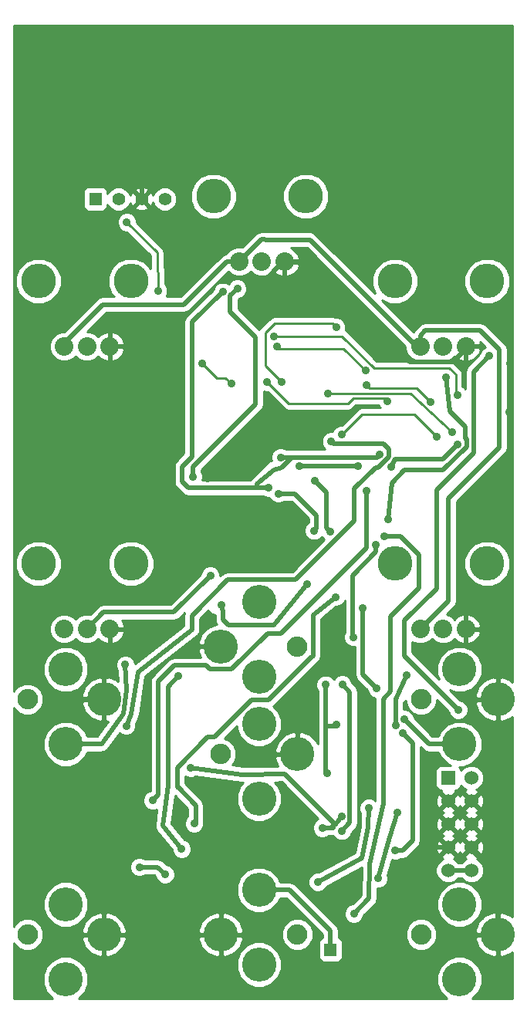
<source format=gbl>
G04 #@! TF.GenerationSoftware,KiCad,Pcbnew,(6.0.0-rc1-dev-209-g91e3d21d6)*
G04 #@! TF.CreationDate,2022-02-26T20:17:17+01:00*
G04 #@! TF.ProjectId,new_worm3,6E65775F776F726D332E6B696361645F,rev?*
G04 #@! TF.SameCoordinates,Original*
G04 #@! TF.FileFunction,Copper,L2,Bot,Signal*
G04 #@! TF.FilePolarity,Positive*
%FSLAX46Y46*%
G04 Gerber Fmt 4.6, Leading zero omitted, Abs format (unit mm)*
G04 Created by KiCad (PCBNEW (6.0.0-rc1-dev-209-g91e3d21d6)) date Sat Feb 26 20:17:17 2022*
%MOMM*%
%LPD*%
G01*
G04 APERTURE LIST*
G04 #@! TA.AperFunction,ComponentPad*
%ADD10R,1.397000X1.397000*%
G04 #@! TD*
G04 #@! TA.AperFunction,ComponentPad*
%ADD11C,1.397000*%
G04 #@! TD*
G04 #@! TA.AperFunction,ComponentPad*
%ADD12O,2.032000X2.032000*%
G04 #@! TD*
G04 #@! TA.AperFunction,ComponentPad*
%ADD13O,3.810000X3.810000*%
G04 #@! TD*
G04 #@! TA.AperFunction,ComponentPad*
%ADD14O,3.799840X3.799840*%
G04 #@! TD*
G04 #@! TA.AperFunction,ComponentPad*
%ADD15R,1.524000X1.524000*%
G04 #@! TD*
G04 #@! TA.AperFunction,ComponentPad*
%ADD16C,1.524000*%
G04 #@! TD*
G04 #@! TA.AperFunction,ComponentPad*
%ADD17O,3.749040X3.749040*%
G04 #@! TD*
G04 #@! TA.AperFunction,ComponentPad*
%ADD18O,2.247900X2.247900*%
G04 #@! TD*
G04 #@! TA.AperFunction,ViaPad*
%ADD19C,0.889000*%
G04 #@! TD*
G04 #@! TA.AperFunction,Conductor*
%ADD20C,0.500380*%
G04 #@! TD*
G04 #@! TA.AperFunction,Conductor*
%ADD21C,0.248920*%
G04 #@! TD*
G04 #@! TA.AperFunction,Conductor*
%ADD22C,0.254000*%
G04 #@! TD*
G04 APERTURE END LIST*
D10*
G04 #@! TO.P,P45,1*
G04 #@! TO.N,+3.3V*
X128140460Y-78600300D03*
D11*
G04 #@! TO.P,P45,2*
G04 #@! TO.N,/SWCK*
X130680460Y-78600300D03*
G04 #@! TO.P,P45,3*
G04 #@! TO.N,GND*
X133220460Y-78600300D03*
G04 #@! TO.P,P45,4*
G04 #@! TO.N,/SWDIO*
X135760460Y-78600300D03*
G04 #@! TD*
D12*
G04 #@! TO.P,RV2,1*
G04 #@! TO.N,/Sheet550B4EA0/REF-10*
X143918940Y-85481160D03*
G04 #@! TO.P,RV2,2*
G04 #@! TO.N,N-000083*
X146418300Y-85481160D03*
G04 #@! TO.P,RV2,3*
G04 #@! TO.N,GND*
X148917660Y-85481160D03*
D13*
G04 #@! TO.P,RV2,N$1*
G04 #@! TO.N,N/C*
X141112240Y-78300580D03*
G04 #@! TO.P,RV2,N$2*
X151246840Y-78300580D03*
G04 #@! TD*
D12*
G04 #@! TO.P,RV1,1*
G04 #@! TO.N,/Sheet550B4EA0/REF-10*
X163817300Y-125780800D03*
G04 #@! TO.P,RV1,2*
G04 #@! TO.N,N-000082*
X166316660Y-125780800D03*
G04 #@! TO.P,RV1,3*
G04 #@! TO.N,GND*
X168816020Y-125780800D03*
D14*
G04 #@! TO.P,RV1,N$1*
G04 #@! TO.N,N/C*
X161010600Y-118600220D03*
G04 #@! TO.P,RV1,N$2*
X171145200Y-118600220D03*
G04 #@! TD*
D12*
G04 #@! TO.P,RV3,1*
G04 #@! TO.N,/Sheet550B4EA0/REF-10*
X124719080Y-94780100D03*
G04 #@! TO.P,RV3,2*
G04 #@! TO.N,N-000094*
X127218440Y-94780100D03*
G04 #@! TO.P,RV3,3*
G04 #@! TO.N,GND*
X129717800Y-94780100D03*
D13*
G04 #@! TO.P,RV3,N$1*
G04 #@! TO.N,N/C*
X121912380Y-87599520D03*
G04 #@! TO.P,RV3,N$2*
X132046980Y-87599520D03*
G04 #@! TD*
D12*
G04 #@! TO.P,RV4,1*
G04 #@! TO.N,/Sheet550B4EA0/REF-10*
X124719080Y-125780800D03*
G04 #@! TO.P,RV4,2*
G04 #@! TO.N,N-000096*
X127218440Y-125780800D03*
G04 #@! TO.P,RV4,3*
G04 #@! TO.N,GND*
X129717800Y-125780800D03*
D13*
G04 #@! TO.P,RV4,N$1*
G04 #@! TO.N,N/C*
X121912380Y-118600220D03*
D14*
G04 #@! TO.P,RV4,N$2*
X132046980Y-118600220D03*
G04 #@! TD*
D12*
G04 #@! TO.P,RV5,1*
G04 #@! TO.N,/Sheet550B4EA0/REF-10*
X163817300Y-94780100D03*
G04 #@! TO.P,RV5,2*
G04 #@! TO.N,N-000091*
X166316660Y-94780100D03*
G04 #@! TO.P,RV5,3*
G04 #@! TO.N,GND*
X168816020Y-94780100D03*
D14*
G04 #@! TO.P,RV5,N$1*
G04 #@! TO.N,N/C*
X161010600Y-87599520D03*
G04 #@! TO.P,RV5,N$2*
X171145200Y-87599520D03*
G04 #@! TD*
D15*
G04 #@! TO.P,P1,1*
G04 #@! TO.N,N-000071*
X166870380Y-142110460D03*
D16*
G04 #@! TO.P,P1,2*
X169410380Y-142110460D03*
G04 #@! TO.P,P1,3*
G04 #@! TO.N,GND*
X166870380Y-144650460D03*
G04 #@! TO.P,P1,4*
X169410380Y-144650460D03*
G04 #@! TO.P,P1,5*
X166870380Y-147190460D03*
G04 #@! TO.P,P1,6*
X169410380Y-147190460D03*
G04 #@! TO.P,P1,7*
X166870380Y-149730460D03*
G04 #@! TO.P,P1,8*
X169410380Y-149730460D03*
G04 #@! TO.P,P1,9*
G04 #@! TO.N,N-000070*
X166870380Y-152270460D03*
G04 #@! TO.P,P1,10*
X169410380Y-152270460D03*
G04 #@! TD*
D17*
G04 #@! TO.P,JACK7,1@1*
G04 #@! TO.N,GND*
X129098040Y-159301180D03*
G04 #@! TO.P,JACK7,3*
G04 #@! TO.N,/Sheet550B4EA0/CV5*
X124876560Y-164200840D03*
G04 #@! TO.P,JACK7,2*
G04 #@! TO.N,N/C*
X124899420Y-156001720D03*
D18*
G04 #@! TO.P,JACK7,1@2*
X120700800Y-159301180D03*
G04 #@! TD*
D17*
G04 #@! TO.P,JACK6,1@1*
G04 #@! TO.N,GND*
X141902180Y-127701040D03*
G04 #@! TO.P,JACK6,3*
G04 #@! TO.N,/Sheet550B4EA0/CV4*
X146100800Y-122801380D03*
G04 #@! TO.P,JACK6,2*
G04 #@! TO.N,N/C*
X146100800Y-131000500D03*
D18*
G04 #@! TO.P,JACK6,1@2*
X150299420Y-127701040D03*
G04 #@! TD*
D17*
G04 #@! TO.P,JACK5,1@1*
G04 #@! TO.N,GND*
X172298360Y-159301180D03*
G04 #@! TO.P,JACK5,3*
G04 #@! TO.N,/Sheet550B4EA0/CV3*
X168099740Y-164200840D03*
G04 #@! TO.P,JACK5,2*
G04 #@! TO.N,N/C*
X168099740Y-156001720D03*
D18*
G04 #@! TO.P,JACK5,1@2*
X163901120Y-159301180D03*
G04 #@! TD*
D17*
G04 #@! TO.P,JACK4,1@1*
G04 #@! TO.N,GND*
X172298360Y-133499860D03*
G04 #@! TO.P,JACK4,3*
G04 #@! TO.N,/Sheet550B4EA0/CV2*
X168099740Y-138399520D03*
G04 #@! TO.P,JACK4,2*
G04 #@! TO.N,N/C*
X168099740Y-130200400D03*
D18*
G04 #@! TO.P,JACK4,1@2*
X163901120Y-133499860D03*
G04 #@! TD*
D17*
G04 #@! TO.P,JACK3,1@1*
G04 #@! TO.N,GND*
X129098040Y-133499860D03*
G04 #@! TO.P,JACK3,3*
G04 #@! TO.N,/Sheet550B4EA0/CV1*
X124899420Y-138399520D03*
G04 #@! TO.P,JACK3,2*
G04 #@! TO.N,N/C*
X124899420Y-130200400D03*
D18*
G04 #@! TO.P,JACK3,1@2*
X120700800Y-133499860D03*
G04 #@! TD*
D17*
G04 #@! TO.P,OUT,1@1*
G04 #@! TO.N,GND*
X141902180Y-159301180D03*
G04 #@! TO.P,OUT,3*
G04 #@! TO.N,N-000101*
X146100800Y-154401520D03*
G04 #@! TO.P,OUT,2*
G04 #@! TO.N,N/C*
X146100800Y-162600640D03*
D18*
G04 #@! TO.P,OUT,1@2*
X150299420Y-159301180D03*
G04 #@! TD*
D17*
G04 #@! TO.P,IN!,1@1*
G04 #@! TO.N,GND*
X150299420Y-139499340D03*
G04 #@! TO.P,IN!,3*
G04 #@! TO.N,N-000084*
X146100800Y-144399000D03*
G04 #@! TO.P,IN!,2*
G04 #@! TO.N,N/C*
X146100800Y-136199880D03*
D18*
G04 #@! TO.P,IN!,1@2*
X141902180Y-139499340D03*
G04 #@! TD*
D10*
G04 #@! TO.P,SIL-1,1*
G04 #@! TO.N,N-000101*
X153949400Y-160980120D03*
G04 #@! TD*
D19*
G04 #@! TO.N,GND*
X131790440Y-111368840D03*
X134381240Y-98981260D03*
X134490460Y-108930440D03*
X131709160Y-104698800D03*
X153969720Y-82410300D03*
X155399740Y-83649820D03*
X132730240Y-99659440D03*
G04 #@! TO.N,+12V*
X167970200Y-134650480D03*
X171378880Y-95829120D03*
G04 #@! TO.N,-12V*
X155178760Y-146359880D03*
X138630660Y-141000480D03*
X153040080Y-147599400D03*
G04 #@! TO.N,/I2S_LRCK*
X157899100Y-99029520D03*
X164929820Y-100898960D03*
G04 #@! TO.N,/I2S_MCLK*
X147728940Y-93649800D03*
X167929560Y-100119180D03*
G04 #@! TO.N,/I2S_SCL*
X165580060Y-104698800D03*
X155171140Y-104470200D03*
G04 #@! TO.N,/I2S_SCLK*
X154559000Y-92659200D03*
X148559520Y-98679000D03*
G04 #@! TO.N,/I2S_SDA*
X167289480Y-104190800D03*
X153700480Y-99949000D03*
G04 #@! TO.N,/I2S_SDI*
X148069300Y-94790260D03*
X157779720Y-97429320D03*
G04 #@! TO.N,/I2S_SDO*
X160200340Y-100779580D03*
X147020280Y-98709480D03*
G04 #@! TO.N,/SWCK*
X135018780Y-88689180D03*
X131599940Y-81140300D03*
G04 #@! TO.N,/SWDIO*
X143080740Y-98859340D03*
X139900660Y-96649540D03*
G04 #@! TO.N,/Sheet550B4EA0/CV1*
X131429760Y-129700020D03*
G04 #@! TO.N,/Sheet550B4EA0/CV2*
X162039300Y-135669020D03*
G04 #@! TO.N,ADC0*
X141960600Y-123139200D03*
X148229320Y-110919260D03*
X152151080Y-114990880D03*
X151409400Y-120898920D03*
G04 #@! TO.N,ADC2*
X157939740Y-110589060D03*
X150540720Y-107889040D03*
X134419340Y-144579340D03*
X156928820Y-107889040D03*
G04 #@! TO.N,ADC3*
X138988800Y-147119340D03*
X154500580Y-122260360D03*
X153890980Y-115059460D03*
X152250140Y-109509560D03*
G04 #@! TO.N,ADC4*
X131538980Y-136400540D03*
X154030680Y-105209340D03*
G04 #@! TO.N,AVDD*
X147180300Y-110289340D03*
X142120620Y-88790780D03*
X159329120Y-106601260D03*
X148480780Y-106949240D03*
G04 #@! TO.N,GND*
X160149540Y-95610680D03*
X135679180Y-119969280D03*
X135569960Y-74409300D03*
X151330660Y-90490040D03*
X134000240Y-121368820D03*
X148529040Y-72029320D03*
X136509760Y-107180380D03*
X155069540Y-72141080D03*
X148460460Y-63469520D03*
X149430740Y-90599260D03*
X134449820Y-68559680D03*
X139900660Y-111980980D03*
X134780020Y-125669040D03*
X151490680Y-64010540D03*
X136959340Y-95389700D03*
X157299660Y-92819220D03*
X155961080Y-91589860D03*
X153449020Y-90530680D03*
X164851080Y-146128740D03*
X151160480Y-135171180D03*
X137129520Y-98800920D03*
X140428980Y-109250480D03*
X124820680Y-147749260D03*
X164960300Y-151269700D03*
X137071100Y-112260380D03*
X132019040Y-101351080D03*
X128821180Y-149349460D03*
X123550680Y-152610820D03*
X170799760Y-111940340D03*
X151599900Y-62308740D03*
X153799540Y-64010540D03*
X158031180Y-141378940D03*
X127129540Y-121671080D03*
X133271260Y-104851200D03*
X126911100Y-111899700D03*
X134170420Y-63261240D03*
X126619000Y-104388920D03*
X168650920Y-96901000D03*
X130091180Y-147909280D03*
X154691080Y-125120400D03*
X125730000Y-151991060D03*
X151208740Y-72199500D03*
X121650760Y-152720040D03*
X168671240Y-111899700D03*
X126870460Y-117729000D03*
X154840940Y-90469720D03*
X138470640Y-113319560D03*
X168368980Y-113880900D03*
X137020300Y-96949260D03*
X173619160Y-96669860D03*
X127459740Y-151041100D03*
X132849620Y-114531140D03*
X141208760Y-143278860D03*
X146860260Y-80629760D03*
X135930640Y-108988860D03*
X142951200Y-154200860D03*
X151559260Y-131521200D03*
X127129540Y-108590080D03*
X172110400Y-91208860D03*
X131650740Y-67670680D03*
X162509200Y-90860880D03*
X126870460Y-98679000D03*
X154579320Y-126469140D03*
X165399720Y-140258800D03*
X133271260Y-110070900D03*
X159090360Y-94330520D03*
X140020040Y-155839160D03*
X144020540Y-140108940D03*
X134769860Y-122770900D03*
X133969760Y-92539820D03*
X135569960Y-94150180D03*
X137259060Y-91831160D03*
X137081260Y-88539320D03*
X156911040Y-85260180D03*
X159131000Y-74681080D03*
X168290240Y-83741260D03*
X166149020Y-81340960D03*
X162780980Y-78229460D03*
X173560740Y-101981000D03*
X172859700Y-111980980D03*
X160909000Y-63210440D03*
X139570460Y-66591180D03*
X132019040Y-71120000D03*
X141351000Y-72280780D03*
X153349960Y-72359520D03*
X156911040Y-70939660D03*
X148369020Y-73880980D03*
X144909540Y-81249520D03*
X148290280Y-75570080D03*
X142859760Y-83118960D03*
X132280660Y-107391200D03*
X132019040Y-106149140D03*
X157711140Y-142951200D03*
X149349460Y-144548860D03*
X142420340Y-142859760D03*
X149349460Y-135389620D03*
X130418840Y-152199340D03*
X141259560Y-152440640D03*
X138770360Y-154419300D03*
X158150560Y-138150600D03*
X128988820Y-151130000D03*
X141079220Y-145348960D03*
X168821100Y-121528840D03*
X139479020Y-142600680D03*
X168821100Y-123129040D03*
X129260600Y-143449040D03*
X139219940Y-68359020D03*
X137520680Y-151320500D03*
X147840700Y-147490180D03*
X161620200Y-95481140D03*
X133438900Y-108280200D03*
X132019040Y-103210360D03*
X139141200Y-151320500D03*
X157810200Y-139639040D03*
X144228820Y-90020140D03*
X161470340Y-152679400D03*
X132158740Y-138300460D03*
X145999200Y-107190540D03*
X144211040Y-106949240D03*
X143588740Y-146410680D03*
X133731000Y-73230740D03*
X143050260Y-152610820D03*
X140589000Y-108229400D03*
G04 #@! TO.N,LINEINL*
X160629600Y-108000800D03*
X167871140Y-105509060D03*
G04 #@! TO.N,N-000078*
X159839660Y-115570000D03*
X135790940Y-152699720D03*
X156519880Y-157020260D03*
X132969000Y-151889460D03*
G04 #@! TO.N,N-000082*
X162311080Y-130840480D03*
X161089340Y-136319260D03*
G04 #@! TO.N,N-000091*
X166649400Y-98181160D03*
X160268920Y-113741200D03*
G04 #@! TO.N,N-000093*
X143730980Y-88440260D03*
X137259060Y-130959860D03*
X137619740Y-149900640D03*
X138859260Y-109080300D03*
G04 #@! TO.N,N-000095*
X156441140Y-126669800D03*
X155199080Y-147929600D03*
X155239720Y-131859020D03*
X158950660Y-116509800D03*
G04 #@! TO.N,N-000096*
X140769340Y-119910860D03*
G04 #@! TO.N,N-000102*
X157510480Y-123469400D03*
X159029400Y-132311140D03*
G04 #@! TO.N,N-000103*
X159209740Y-153139140D03*
X161320480Y-145950940D03*
G04 #@! TO.N,N-000105*
X161848800Y-137238740D03*
X161051240Y-150098760D03*
G04 #@! TO.N,N-000106*
X152549860Y-153540460D03*
X158150560Y-145430240D03*
G04 #@! TO.N,N-000107*
X154579320Y-136250680D03*
X153410920Y-131889500D03*
X153581100Y-141579600D03*
G04 #@! TD*
D20*
G04 #@! TO.N,+12V*
X165569900Y-121330720D02*
X165569900Y-110540800D01*
X169649140Y-106461560D02*
X169649140Y-97558860D01*
X167970200Y-134650480D02*
X162029140Y-128709420D01*
X162029140Y-128709420D02*
X162029140Y-124871480D01*
X169649140Y-97558860D02*
X171378880Y-95829120D01*
X162029140Y-124871480D02*
X165569900Y-121330720D01*
X165569900Y-110540800D02*
X169649140Y-106461560D01*
G04 #@! TO.N,-12V*
X154279600Y-147568920D02*
X154279600Y-147040600D01*
X155178760Y-146359880D02*
X154531060Y-147200620D01*
X154531060Y-147200620D02*
X154051000Y-147568920D01*
X154279600Y-147599400D02*
X153040080Y-147599400D01*
X154051000Y-147568920D02*
X154279600Y-147568920D01*
X154279600Y-147599400D02*
X154279600Y-147568920D01*
X148920200Y-141681200D02*
X144272000Y-141732000D01*
X154279600Y-147040600D02*
X148920200Y-141681200D01*
X144272000Y-141732000D02*
X138630660Y-141000480D01*
D21*
G04 #@! TO.N,/I2S_LRCK*
X158259780Y-99390200D02*
X163421060Y-99390200D01*
X163421060Y-99390200D02*
X164929820Y-100898960D01*
X157899100Y-99029520D02*
X158259780Y-99390200D01*
G04 #@! TO.N,/I2S_MCLK*
X167680640Y-97840800D02*
X166989760Y-97149920D01*
X155211780Y-93649800D02*
X147728940Y-93649800D01*
X167929560Y-100119180D02*
X167680640Y-99870260D01*
X158711900Y-97149920D02*
X155211780Y-93649800D01*
X167680640Y-99870260D02*
X167680640Y-97840800D01*
X166989760Y-97149920D02*
X158711900Y-97149920D01*
G04 #@! TO.N,/I2S_SCL*
X157380940Y-102260400D02*
X155171140Y-104470200D01*
X163141660Y-102260400D02*
X157380940Y-102260400D01*
X165580060Y-104698800D02*
X163141660Y-102260400D01*
G04 #@! TO.N,/I2S_SCLK*
X146789140Y-96908620D02*
X148559520Y-98679000D01*
X147830540Y-92250260D02*
X146789140Y-93291660D01*
X154150060Y-92250260D02*
X147830540Y-92250260D01*
X154559000Y-92659200D02*
X154150060Y-92250260D01*
X146789140Y-93291660D02*
X146789140Y-96908620D01*
G04 #@! TO.N,/I2S_SDA*
X167289480Y-104190800D02*
X162687000Y-99949000D01*
X162687000Y-99949000D02*
X153700480Y-99949000D01*
G04 #@! TO.N,/I2S_SDI*
X157779720Y-97429320D02*
X155369260Y-95018860D01*
X155369260Y-95018860D02*
X148297900Y-95018860D01*
X148297900Y-95018860D02*
X148069300Y-94790260D01*
G04 #@! TO.N,/I2S_SDO*
X155849320Y-101041200D02*
X156420820Y-100469700D01*
X156420820Y-100469700D02*
X159890460Y-100469700D01*
X159890460Y-100469700D02*
X160200340Y-100779580D01*
X147020280Y-98709480D02*
X149352000Y-101041200D01*
X149352000Y-101041200D02*
X155849320Y-101041200D01*
G04 #@! TO.N,/SWCK*
X134950200Y-84490560D02*
X135018780Y-88689180D01*
X131599940Y-81140300D02*
X134950200Y-84490560D01*
G04 #@! TO.N,/SWDIO*
X142440660Y-98219260D02*
X141470380Y-98219260D01*
X141470380Y-98219260D02*
X139900660Y-96649540D01*
X143080740Y-98859340D02*
X142440660Y-98219260D01*
D20*
G04 #@! TO.N,/Sheet550B4EA0/CV1*
X124899420Y-138399520D02*
X128821180Y-138399520D01*
X128821180Y-138399520D02*
X131208780Y-135120380D01*
X131599940Y-132488940D02*
X131429760Y-129700020D01*
X131208780Y-135120380D02*
X131599940Y-132488940D01*
G04 #@! TO.N,/Sheet550B4EA0/CV2*
X164769800Y-138399520D02*
X162039300Y-135669020D01*
X168099740Y-138399520D02*
X164769800Y-138399520D01*
G04 #@! TO.N,/Sheet550B4EA0/REF-10*
X172499020Y-105841800D02*
X166911020Y-111429800D01*
X142567660Y-85481160D02*
X143918940Y-85481160D01*
X146359880Y-83040220D02*
X143918940Y-85481160D01*
X163817300Y-94780100D02*
X163817300Y-93563440D01*
X163817300Y-94780100D02*
X163398200Y-94780100D01*
X170380660Y-93040200D02*
X172499020Y-95158560D01*
X164340540Y-93040200D02*
X170380660Y-93040200D01*
X163398200Y-94780100D02*
X160380680Y-91762580D01*
X124719080Y-94442280D02*
X128981200Y-90180160D01*
X128981200Y-90180160D02*
X137868660Y-90180160D01*
X160380680Y-91762580D02*
X151709120Y-83091020D01*
X146748500Y-83040220D02*
X146359880Y-83040220D01*
X172499020Y-95158560D02*
X172499020Y-105841800D01*
X137868660Y-90180160D02*
X142567660Y-85481160D01*
X146799300Y-83091020D02*
X146748500Y-83040220D01*
X166911020Y-122687080D02*
X163817300Y-125780800D01*
X166911020Y-111429800D02*
X166911020Y-122687080D01*
X163817300Y-93563440D02*
X164340540Y-93040200D01*
X124719080Y-94780100D02*
X124719080Y-94442280D01*
X151709120Y-83091020D02*
X146799300Y-83091020D01*
G04 #@! TO.N,ADC0*
X152400000Y-114741960D02*
X152400000Y-113281460D01*
X152151080Y-114990880D02*
X152400000Y-114741960D01*
X152400000Y-113281460D02*
X150037800Y-110919260D01*
X150037800Y-110919260D02*
X148229320Y-110919260D01*
X142158720Y-124759720D02*
X142158720Y-123898660D01*
X142158720Y-123898660D02*
X141960600Y-123139200D01*
X151409400Y-120898920D02*
X147728940Y-125369320D01*
X147728940Y-125369320D02*
X142768320Y-125369320D01*
X142768320Y-125369320D02*
X142158720Y-124759720D01*
G04 #@! TO.N,ADC2*
X140329920Y-129788920D02*
X140741400Y-130200400D01*
X135049260Y-131518660D02*
X136779000Y-129788920D01*
X157939740Y-116840000D02*
X157939740Y-110589060D01*
X156928820Y-107889040D02*
X150540720Y-107889040D01*
X135049260Y-143949420D02*
X135049260Y-131518660D01*
X136779000Y-129788920D02*
X140329920Y-129788920D01*
X148539200Y-126240540D02*
X157939740Y-116840000D01*
X140741400Y-130200400D02*
X143078200Y-130200400D01*
X147038060Y-126240540D02*
X148539200Y-126240540D01*
X143078200Y-130200400D02*
X147038060Y-126240540D01*
X134419340Y-144579340D02*
X135049260Y-143949420D01*
G04 #@! TO.N,ADC3*
X151798020Y-128930400D02*
X152029160Y-128699260D01*
X146880580Y-133540500D02*
X147180300Y-133540500D01*
X151790400Y-128930400D02*
X151798020Y-128930400D01*
X139169140Y-145120360D02*
X137119360Y-143070580D01*
X137119360Y-143070580D02*
X137119360Y-140970000D01*
X153499820Y-114668300D02*
X153499820Y-110759240D01*
X139169140Y-146939000D02*
X139169140Y-145120360D01*
X152019000Y-124211080D02*
X152029160Y-124203460D01*
X146880580Y-133540500D02*
X147060920Y-133540500D01*
X152029160Y-124211080D02*
X152029160Y-124203460D01*
X147180300Y-133540500D02*
X151790400Y-128930400D01*
X138988800Y-147119340D02*
X139169140Y-146939000D01*
X140428980Y-137660380D02*
X141198600Y-137660380D01*
X152029160Y-124203460D02*
X154500580Y-122260360D01*
X153499820Y-110759240D02*
X152250140Y-109509560D01*
X137119360Y-140970000D02*
X140428980Y-137660380D01*
X141198600Y-137660380D02*
X145318480Y-133540500D01*
X145318480Y-133540500D02*
X146880580Y-133540500D01*
X153890980Y-115059460D02*
X153499820Y-114668300D01*
X152029160Y-128699260D02*
X152029160Y-124211080D01*
X137119360Y-143070580D02*
X137259060Y-143210280D01*
G04 #@! TO.N,ADC4*
X156570680Y-110390940D02*
X158930340Y-108031280D01*
X159758380Y-105448100D02*
X154269440Y-105448100D01*
X160350200Y-106890820D02*
X160350200Y-106039920D01*
X138750040Y-125849380D02*
X138750040Y-124289820D01*
X154269440Y-105448100D02*
X154030680Y-105209340D01*
D21*
X158930340Y-108031280D02*
X158981140Y-107980480D01*
D20*
X142669260Y-120370600D02*
X150108920Y-120370600D01*
X132829300Y-130479800D02*
X138750040Y-125849380D01*
X160350200Y-106039920D02*
X159758380Y-105448100D01*
X156570680Y-113908840D02*
X156570680Y-110390940D01*
X138750040Y-124289820D02*
X142669260Y-120370600D01*
X159209740Y-108031280D02*
X160350200Y-106890820D01*
X150108920Y-120370600D02*
X156570680Y-113908840D01*
X132100320Y-135059420D02*
X132829300Y-130479800D01*
X158930340Y-108031280D02*
X159209740Y-108031280D01*
X131538980Y-136400540D02*
X132100320Y-135059420D01*
G04 #@! TO.N,AVDD*
X138341100Y-110289340D02*
X145869660Y-110289340D01*
X137660380Y-109608620D02*
X138341100Y-110289340D01*
X159090360Y-106949240D02*
X149628860Y-106949240D01*
X159329120Y-106601260D02*
X159090360Y-106949240D01*
X142120620Y-88790780D02*
X138760200Y-92049600D01*
X137660380Y-107970320D02*
X137660380Y-109608620D01*
X145869660Y-110289340D02*
X147180300Y-110289340D01*
X138760200Y-92049600D02*
X138760200Y-106870500D01*
X147769580Y-108331000D02*
X148617940Y-108099860D01*
X148617940Y-108099860D02*
X149628860Y-107088940D01*
X145869660Y-110289340D02*
X145869660Y-109880400D01*
X149628860Y-107088940D02*
X149628860Y-106949240D01*
X145869660Y-109880400D02*
X147769580Y-108331000D01*
X138760200Y-106870500D02*
X137660380Y-107970320D01*
X149628860Y-106949240D02*
X148480780Y-106949240D01*
D21*
G04 #@! TO.N,GND*
X173619160Y-96619060D02*
X173619160Y-96669860D01*
X153499820Y-90530680D02*
X153449020Y-90530680D01*
X168671240Y-111859060D02*
X168671240Y-111899700D01*
X141259560Y-143278860D02*
X141208760Y-143278860D01*
D20*
X161620200Y-95481140D02*
X161620200Y-95470980D01*
X168816020Y-94780100D02*
X168816020Y-95003620D01*
X148767800Y-85481160D02*
X144228820Y-90020140D01*
X151630380Y-85481160D02*
X148917660Y-85481160D01*
X162608260Y-96459040D02*
X161620200Y-95470980D01*
X161620200Y-95470980D02*
X151630380Y-85481160D01*
X167360600Y-96459040D02*
X162608260Y-96459040D01*
X168816020Y-95003620D02*
X167360600Y-96459040D01*
X121960640Y-139151360D02*
X126098300Y-143289020D01*
X148917660Y-85481160D02*
X148767800Y-85481160D01*
X121960640Y-136969500D02*
X121960640Y-139151360D01*
X133220460Y-73741280D02*
X133731000Y-73230740D01*
X164419280Y-149730460D02*
X166870380Y-149730460D01*
X140589000Y-108229400D02*
X141627860Y-107190540D01*
X172298360Y-152908000D02*
X169410380Y-150020020D01*
X129098040Y-133499860D02*
X125430280Y-133499860D01*
X161470340Y-152679400D02*
X164419280Y-149730460D01*
X144211040Y-107190540D02*
X145999200Y-107190540D01*
X141627860Y-107190540D02*
X144211040Y-107190540D01*
X143050260Y-152610820D02*
X143588740Y-152072340D01*
X143588740Y-152072340D02*
X143588740Y-146410680D01*
X169410380Y-150020020D02*
X169410380Y-149730460D01*
X144211040Y-106949240D02*
X144211040Y-107190540D01*
X172298360Y-159301180D02*
X172298360Y-152908000D01*
X125430280Y-133499860D02*
X121960640Y-136969500D01*
X126098300Y-143289020D02*
X129260600Y-143449040D01*
X133220460Y-78600300D02*
X133220460Y-73741280D01*
G04 #@! TO.N,LINEINL*
X160629600Y-108000800D02*
X161030920Y-107109260D01*
X161030920Y-107109260D02*
X166270940Y-107109260D01*
X166270940Y-107109260D02*
X167871140Y-105509060D01*
G04 #@! TO.N,N-000070*
X166870380Y-152270460D02*
X169410380Y-152270460D01*
G04 #@! TO.N,N-000078*
X156519880Y-157020260D02*
X158191200Y-155348940D01*
X160550860Y-124388880D02*
X163649660Y-121290080D01*
X159740600Y-144940020D02*
X159740600Y-133431280D01*
X159740600Y-133431280D02*
X160550860Y-132621020D01*
X163649660Y-121290080D02*
X163649660Y-117619780D01*
X161599880Y-115570000D02*
X159839660Y-115570000D01*
X135790940Y-152699720D02*
X134980680Y-151889460D01*
X158191200Y-155348940D02*
X158269940Y-151559260D01*
X158269940Y-151559260D02*
X159740600Y-144940020D01*
X160550860Y-132621020D02*
X160550860Y-124388880D01*
X134980680Y-151889460D02*
X132969000Y-151889460D01*
X163649660Y-117619780D02*
X161599880Y-115570000D01*
G04 #@! TO.N,N-000082*
X161089340Y-133451600D02*
X161089340Y-136319260D01*
X162311080Y-130840480D02*
X161089340Y-133451600D01*
G04 #@! TO.N,N-000091*
X168869360Y-105780840D02*
X166301420Y-108348780D01*
X166301420Y-108348780D02*
X162062160Y-108348780D01*
X166649400Y-98181160D02*
X167081200Y-101869240D01*
X168762680Y-104843580D02*
X168869360Y-104950260D01*
X167081200Y-101869240D02*
X168762680Y-103550720D01*
X168869360Y-104950260D02*
X168869360Y-105780840D01*
X162062160Y-108348780D02*
X160680400Y-109730540D01*
X160680400Y-109730540D02*
X160268920Y-113741200D01*
X168762680Y-103550720D02*
X168762680Y-104843580D01*
G04 #@! TO.N,N-000093*
X137259060Y-130959860D02*
X136128760Y-132090160D01*
X135547100Y-147370800D02*
X137619740Y-149900640D01*
X142941040Y-89499440D02*
X142941040Y-89230200D01*
X142941040Y-89230200D02*
X143730980Y-88440260D01*
X138859260Y-107970320D02*
X138859260Y-109080300D01*
X142941040Y-89499440D02*
X142941040Y-90970100D01*
X145740120Y-93769180D02*
X145740120Y-101089460D01*
X142941040Y-89468960D02*
X142941040Y-89499440D01*
X136128760Y-132090160D02*
X136128760Y-142976600D01*
X136128760Y-142976600D02*
X135547100Y-147370800D01*
X145740120Y-101089460D02*
X138859260Y-107970320D01*
X142941040Y-90970100D02*
X145740120Y-93769180D01*
G04 #@! TO.N,N-000095*
X156077920Y-147050760D02*
X156077920Y-132697220D01*
X156077920Y-132697220D02*
X155239720Y-131859020D01*
X155199080Y-147929600D02*
X156077920Y-147050760D01*
X156390340Y-119888000D02*
X158950660Y-117327680D01*
X156441140Y-126669800D02*
X156390340Y-126619000D01*
X156390340Y-126619000D02*
X156390340Y-119888000D01*
X158950660Y-117327680D02*
X158950660Y-116509800D01*
G04 #@! TO.N,N-000096*
X129070100Y-123929140D02*
X127218440Y-125780800D01*
X136751060Y-123929140D02*
X129070100Y-123929140D01*
X140769340Y-119910860D02*
X136751060Y-123929140D01*
G04 #@! TO.N,N-000101*
X153949400Y-158899860D02*
X149451060Y-154401520D01*
X149451060Y-154401520D02*
X146100800Y-154401520D01*
X153949400Y-160980120D02*
X153949400Y-158899860D01*
G04 #@! TO.N,N-000102*
X157510480Y-130792220D02*
X157510480Y-123469400D01*
X159029400Y-132311140D02*
X157510480Y-130792220D01*
G04 #@! TO.N,N-000103*
X160439100Y-148668740D02*
X159209740Y-153139140D01*
X161320480Y-145950940D02*
X160439100Y-148668740D01*
G04 #@! TO.N,N-000105*
X161851340Y-150098760D02*
X161051240Y-150098760D01*
X162941000Y-149009100D02*
X161851340Y-150098760D01*
X162941000Y-138330940D02*
X162941000Y-149009100D01*
X161848800Y-137238740D02*
X162941000Y-138330940D01*
G04 #@! TO.N,N-000106*
X158079440Y-147558760D02*
X157429200Y-150909020D01*
X157429200Y-150909020D02*
X152549860Y-153540460D01*
X158150560Y-145430240D02*
X158079440Y-147558760D01*
G04 #@! TO.N,N-000107*
X153489660Y-136458960D02*
X153410920Y-136458960D01*
X154371040Y-136458960D02*
X153489660Y-136458960D01*
X154579320Y-136250680D02*
X154371040Y-136458960D01*
X153410920Y-141409420D02*
X153410920Y-136458960D01*
X153410920Y-136458960D02*
X153410920Y-131889500D01*
X153581100Y-141579600D02*
X153410920Y-141409420D01*
G04 #@! TD*
D22*
G04 #@! TO.N,GND*
G36*
X159395160Y-101500940D02*
X157380940Y-101500940D01*
X157137100Y-101549200D01*
X157088840Y-101559360D01*
X156842460Y-101724460D01*
X155176220Y-103390700D01*
X154957780Y-103390700D01*
X154561540Y-103553260D01*
X154256740Y-103858060D01*
X154142440Y-104129840D01*
X153817320Y-104129840D01*
X153421080Y-104292400D01*
X153116280Y-104597200D01*
X152951180Y-104993440D01*
X152951180Y-105422700D01*
X153113740Y-105818940D01*
X153360120Y-106065320D01*
X149628860Y-106065320D01*
X149123400Y-106065320D01*
X149092920Y-106034840D01*
X148696680Y-105869740D01*
X148267420Y-105869740D01*
X147871180Y-106032300D01*
X147566380Y-106337100D01*
X147401280Y-106733340D01*
X147401280Y-107162600D01*
X147457160Y-107302300D01*
X147457160Y-107304840D01*
X147330160Y-107330240D01*
X147060920Y-107510580D01*
X145280380Y-109291120D01*
X145201640Y-109405420D01*
X139893040Y-109405420D01*
X139938760Y-109296200D01*
X139938760Y-108866940D01*
X139776200Y-108470700D01*
X139743180Y-108437680D01*
X139743180Y-108336080D01*
X146364960Y-101714300D01*
X146558000Y-101429820D01*
X146558000Y-101427280D01*
X146624040Y-101089460D01*
X146624040Y-99712780D01*
X146804380Y-99788980D01*
X147025360Y-99788980D01*
X148813520Y-101577140D01*
X148816060Y-101577140D01*
X149059900Y-101742240D01*
X149062440Y-101742240D01*
X149108160Y-101749860D01*
X149352000Y-101800660D01*
X155849320Y-101800660D01*
X155849320Y-101798120D01*
X156090620Y-101749860D01*
X156138880Y-101742240D01*
X156141420Y-101742240D01*
X156385260Y-101577140D01*
X156733240Y-101229160D01*
X159217360Y-101229160D01*
X159283400Y-101389180D01*
X159395160Y-101500940D01*
X159395160Y-101500940D01*
G37*
X159395160Y-101500940D02*
X157380940Y-101500940D01*
X157137100Y-101549200D01*
X157088840Y-101559360D01*
X156842460Y-101724460D01*
X155176220Y-103390700D01*
X154957780Y-103390700D01*
X154561540Y-103553260D01*
X154256740Y-103858060D01*
X154142440Y-104129840D01*
X153817320Y-104129840D01*
X153421080Y-104292400D01*
X153116280Y-104597200D01*
X152951180Y-104993440D01*
X152951180Y-105422700D01*
X153113740Y-105818940D01*
X153360120Y-106065320D01*
X149628860Y-106065320D01*
X149123400Y-106065320D01*
X149092920Y-106034840D01*
X148696680Y-105869740D01*
X148267420Y-105869740D01*
X147871180Y-106032300D01*
X147566380Y-106337100D01*
X147401280Y-106733340D01*
X147401280Y-107162600D01*
X147457160Y-107302300D01*
X147457160Y-107304840D01*
X147330160Y-107330240D01*
X147060920Y-107510580D01*
X145280380Y-109291120D01*
X145201640Y-109405420D01*
X139893040Y-109405420D01*
X139938760Y-109296200D01*
X139938760Y-108866940D01*
X139776200Y-108470700D01*
X139743180Y-108437680D01*
X139743180Y-108336080D01*
X146364960Y-101714300D01*
X146558000Y-101429820D01*
X146558000Y-101427280D01*
X146624040Y-101089460D01*
X146624040Y-99712780D01*
X146804380Y-99788980D01*
X147025360Y-99788980D01*
X148813520Y-101577140D01*
X148816060Y-101577140D01*
X149059900Y-101742240D01*
X149062440Y-101742240D01*
X149108160Y-101749860D01*
X149352000Y-101800660D01*
X155849320Y-101800660D01*
X155849320Y-101798120D01*
X156090620Y-101749860D01*
X156138880Y-101742240D01*
X156141420Y-101742240D01*
X156385260Y-101577140D01*
X156733240Y-101229160D01*
X159217360Y-101229160D01*
X159283400Y-101389180D01*
X159395160Y-101500940D01*
G36*
X170934380Y-94843600D02*
X170769280Y-94912180D01*
X170464480Y-95216980D01*
X170421300Y-95318580D01*
X170421300Y-95163640D01*
X170301920Y-94907100D01*
X168943020Y-94907100D01*
X168943020Y-96288860D01*
X169202100Y-96405700D01*
X169793920Y-96133920D01*
X170238420Y-95656400D01*
X170421300Y-95163640D01*
X170421300Y-95318580D01*
X170299380Y-95613220D01*
X170299380Y-95658940D01*
X169024300Y-96934020D01*
X168831260Y-97218500D01*
X168765220Y-97558860D01*
X168765220Y-99428300D01*
X168541700Y-99204780D01*
X168440100Y-99161600D01*
X168440100Y-97840800D01*
X168381680Y-97551240D01*
X168379140Y-97548700D01*
X168323260Y-97467420D01*
X168216580Y-97304860D01*
X168216580Y-97302320D01*
X167525700Y-96613980D01*
X167281860Y-96448880D01*
X167231060Y-96438720D01*
X166989760Y-96390460D01*
X166690040Y-96390460D01*
X167264080Y-96154240D01*
X167568880Y-95846900D01*
X167838120Y-96133920D01*
X168429940Y-96405700D01*
X168689020Y-96288860D01*
X168689020Y-95034100D01*
X168689020Y-94907100D01*
X168689020Y-94653100D01*
X168943020Y-94653100D01*
X169070020Y-94653100D01*
X170301920Y-94653100D01*
X170421300Y-94396560D01*
X170380660Y-94289880D01*
X170934380Y-94843600D01*
X170934380Y-94843600D01*
G37*
X170934380Y-94843600D02*
X170769280Y-94912180D01*
X170464480Y-95216980D01*
X170421300Y-95318580D01*
X170421300Y-95163640D01*
X170301920Y-94907100D01*
X168943020Y-94907100D01*
X168943020Y-96288860D01*
X169202100Y-96405700D01*
X169793920Y-96133920D01*
X170238420Y-95656400D01*
X170421300Y-95163640D01*
X170421300Y-95318580D01*
X170299380Y-95613220D01*
X170299380Y-95658940D01*
X169024300Y-96934020D01*
X168831260Y-97218500D01*
X168765220Y-97558860D01*
X168765220Y-99428300D01*
X168541700Y-99204780D01*
X168440100Y-99161600D01*
X168440100Y-97840800D01*
X168381680Y-97551240D01*
X168379140Y-97548700D01*
X168323260Y-97467420D01*
X168216580Y-97304860D01*
X168216580Y-97302320D01*
X167525700Y-96613980D01*
X167281860Y-96448880D01*
X167231060Y-96438720D01*
X166989760Y-96390460D01*
X166690040Y-96390460D01*
X167264080Y-96154240D01*
X167568880Y-95846900D01*
X167838120Y-96133920D01*
X168429940Y-96405700D01*
X168689020Y-96288860D01*
X168689020Y-95034100D01*
X168689020Y-94907100D01*
X168689020Y-94653100D01*
X168943020Y-94653100D01*
X169070020Y-94653100D01*
X170301920Y-94653100D01*
X170421300Y-94396560D01*
X170380660Y-94289880D01*
X170934380Y-94843600D01*
G36*
X173865540Y-166314120D02*
X172171360Y-166314120D01*
X172171360Y-161648140D01*
X172171360Y-159428180D01*
X172171360Y-159174180D01*
X172171360Y-156954220D01*
X172171360Y-135846820D01*
X172171360Y-133626860D01*
X172171360Y-133372860D01*
X172171360Y-131152900D01*
X171780200Y-131046220D01*
X170919140Y-131386580D01*
X170215560Y-132074920D01*
X169829480Y-132979160D01*
X169936160Y-133372860D01*
X172171360Y-133372860D01*
X172171360Y-133626860D01*
X169936160Y-133626860D01*
X169829480Y-134020560D01*
X170215560Y-134924800D01*
X170919140Y-135613140D01*
X171780200Y-135953500D01*
X172171360Y-135846820D01*
X172171360Y-156954220D01*
X171780200Y-156847540D01*
X170919140Y-157187900D01*
X170804840Y-157299660D01*
X170804840Y-152547320D01*
X170804840Y-151993600D01*
X170789600Y-151955500D01*
X170789600Y-149931120D01*
X170789600Y-147391120D01*
X170789600Y-144851120D01*
X170761660Y-144310100D01*
X170609260Y-143936720D01*
X170370500Y-143868140D01*
X169590720Y-144650460D01*
X170370500Y-145432780D01*
X170609260Y-145364200D01*
X170789600Y-144851120D01*
X170789600Y-147391120D01*
X170761660Y-146850100D01*
X170609260Y-146476720D01*
X170370500Y-146408140D01*
X170192700Y-146585940D01*
X170192700Y-146230340D01*
X170124120Y-145991580D01*
X169936160Y-145925540D01*
X170124120Y-145849340D01*
X170192700Y-145610580D01*
X169410380Y-144830800D01*
X169230040Y-145008600D01*
X169230040Y-144650460D01*
X168450260Y-143868140D01*
X168211500Y-143936720D01*
X168145460Y-144122140D01*
X168069260Y-143936720D01*
X167830500Y-143868140D01*
X167050720Y-144650460D01*
X167830500Y-145432780D01*
X168069260Y-145364200D01*
X168132760Y-145176240D01*
X168211500Y-145364200D01*
X168450260Y-145432780D01*
X169230040Y-144650460D01*
X169230040Y-145008600D01*
X168628060Y-145610580D01*
X168696640Y-145849340D01*
X168882060Y-145912840D01*
X168696640Y-145991580D01*
X168628060Y-146230340D01*
X169410380Y-147010120D01*
X170192700Y-146230340D01*
X170192700Y-146585940D01*
X169590720Y-147190460D01*
X170370500Y-147972780D01*
X170609260Y-147904200D01*
X170789600Y-147391120D01*
X170789600Y-149931120D01*
X170761660Y-149390100D01*
X170609260Y-149016720D01*
X170370500Y-148948140D01*
X170192700Y-149125940D01*
X170192700Y-148770340D01*
X170124120Y-148531580D01*
X169936160Y-148465540D01*
X170124120Y-148389340D01*
X170192700Y-148150580D01*
X169410380Y-147370800D01*
X169230040Y-147548600D01*
X169230040Y-147190460D01*
X168450260Y-146408140D01*
X168211500Y-146476720D01*
X168145460Y-146662140D01*
X168069260Y-146476720D01*
X167830500Y-146408140D01*
X167652700Y-146585940D01*
X167652700Y-146230340D01*
X167584120Y-145991580D01*
X167396160Y-145925540D01*
X167584120Y-145849340D01*
X167652700Y-145610580D01*
X166870380Y-144830800D01*
X166690040Y-145008600D01*
X166690040Y-144650460D01*
X165910260Y-143868140D01*
X165671500Y-143936720D01*
X165491160Y-144449800D01*
X165519100Y-144990820D01*
X165671500Y-145364200D01*
X165910260Y-145432780D01*
X166690040Y-144650460D01*
X166690040Y-145008600D01*
X166088060Y-145610580D01*
X166156640Y-145849340D01*
X166342060Y-145912840D01*
X166156640Y-145991580D01*
X166088060Y-146230340D01*
X166870380Y-147010120D01*
X167652700Y-146230340D01*
X167652700Y-146585940D01*
X167050720Y-147190460D01*
X167830500Y-147972780D01*
X168069260Y-147904200D01*
X168132760Y-147716240D01*
X168211500Y-147904200D01*
X168450260Y-147972780D01*
X169230040Y-147190460D01*
X169230040Y-147548600D01*
X168628060Y-148150580D01*
X168696640Y-148389340D01*
X168882060Y-148452840D01*
X168696640Y-148531580D01*
X168628060Y-148770340D01*
X169410380Y-149550120D01*
X170192700Y-148770340D01*
X170192700Y-149125940D01*
X169590720Y-149730460D01*
X170370500Y-150512780D01*
X170609260Y-150444200D01*
X170789600Y-149931120D01*
X170789600Y-151955500D01*
X170591480Y-151480520D01*
X170200320Y-151089360D01*
X169966640Y-150992840D01*
X170124120Y-150929340D01*
X170192700Y-150690580D01*
X169410380Y-149910800D01*
X169230040Y-150088600D01*
X169230040Y-149730460D01*
X168450260Y-148948140D01*
X168211500Y-149016720D01*
X168145460Y-149202140D01*
X168069260Y-149016720D01*
X167830500Y-148948140D01*
X167652700Y-149125940D01*
X167652700Y-148770340D01*
X167584120Y-148531580D01*
X167396160Y-148465540D01*
X167584120Y-148389340D01*
X167652700Y-148150580D01*
X166870380Y-147370800D01*
X166690040Y-147548600D01*
X166690040Y-147190460D01*
X165910260Y-146408140D01*
X165671500Y-146476720D01*
X165491160Y-146989800D01*
X165519100Y-147530820D01*
X165671500Y-147904200D01*
X165910260Y-147972780D01*
X166690040Y-147190460D01*
X166690040Y-147548600D01*
X166088060Y-148150580D01*
X166156640Y-148389340D01*
X166342060Y-148452840D01*
X166156640Y-148531580D01*
X166088060Y-148770340D01*
X166870380Y-149550120D01*
X167652700Y-148770340D01*
X167652700Y-149125940D01*
X167050720Y-149730460D01*
X167830500Y-150512780D01*
X168069260Y-150444200D01*
X168132760Y-150256240D01*
X168211500Y-150444200D01*
X168450260Y-150512780D01*
X169230040Y-149730460D01*
X169230040Y-150088600D01*
X168628060Y-150690580D01*
X168696640Y-150929340D01*
X168861740Y-150987760D01*
X168620440Y-151089360D01*
X168323260Y-151386540D01*
X167957500Y-151386540D01*
X167660320Y-151089360D01*
X167426640Y-150992840D01*
X167584120Y-150929340D01*
X167652700Y-150690580D01*
X166870380Y-149910800D01*
X166690040Y-150088600D01*
X166690040Y-149730460D01*
X165910260Y-148948140D01*
X165671500Y-149016720D01*
X165491160Y-149529800D01*
X165519100Y-150070820D01*
X165671500Y-150444200D01*
X165910260Y-150512780D01*
X166690040Y-149730460D01*
X166690040Y-150088600D01*
X166088060Y-150690580D01*
X166156640Y-150929340D01*
X166321740Y-150987760D01*
X166080440Y-151089360D01*
X165689280Y-151480520D01*
X165475920Y-151993600D01*
X165475920Y-152547320D01*
X165689280Y-153060400D01*
X166080440Y-153451560D01*
X166593520Y-153664920D01*
X167147240Y-153664920D01*
X167660320Y-153451560D01*
X167957500Y-153154380D01*
X168323260Y-153154380D01*
X168620440Y-153451560D01*
X169133520Y-153664920D01*
X169687240Y-153664920D01*
X170200320Y-153451560D01*
X170591480Y-153060400D01*
X170804840Y-152547320D01*
X170804840Y-157299660D01*
X170561000Y-157535880D01*
X170561000Y-156540200D01*
X170561000Y-155562300D01*
X170561000Y-155465780D01*
X170187620Y-154561540D01*
X169494200Y-153868120D01*
X168589960Y-153492200D01*
X167612060Y-153492200D01*
X166707820Y-153865580D01*
X166014400Y-154559000D01*
X165638480Y-155463240D01*
X165638480Y-156441140D01*
X165638480Y-156537660D01*
X166011860Y-157441900D01*
X166705280Y-158135320D01*
X167609520Y-158511240D01*
X168587420Y-158511240D01*
X169491660Y-158137860D01*
X170185080Y-157444440D01*
X170561000Y-156540200D01*
X170561000Y-157535880D01*
X170215560Y-157876240D01*
X169829480Y-158780480D01*
X169936160Y-159174180D01*
X172171360Y-159174180D01*
X172171360Y-159428180D01*
X169936160Y-159428180D01*
X169829480Y-159821880D01*
X170215560Y-160726120D01*
X170919140Y-161414460D01*
X171780200Y-161754820D01*
X172171360Y-161648140D01*
X172171360Y-166314120D01*
X169514520Y-166314120D01*
X170185080Y-165643560D01*
X170561000Y-164739320D01*
X170561000Y-163761420D01*
X170561000Y-163664900D01*
X170187620Y-162760660D01*
X169494200Y-162067240D01*
X168589960Y-161691320D01*
X167612060Y-161691320D01*
X166707820Y-162064700D01*
X166014400Y-162758120D01*
X165638480Y-163662360D01*
X165638480Y-164640260D01*
X165638480Y-164736780D01*
X166011860Y-165641020D01*
X166684960Y-166314120D01*
X165625780Y-166314120D01*
X165625780Y-159679640D01*
X165625780Y-158993840D01*
X165625780Y-158927800D01*
X165364160Y-158292800D01*
X164879020Y-157807660D01*
X164246560Y-157543500D01*
X163560760Y-157543500D01*
X162925760Y-157805120D01*
X162440620Y-158290260D01*
X162176460Y-158922720D01*
X162176460Y-159608520D01*
X162176460Y-159674560D01*
X162438080Y-160309560D01*
X162923220Y-160794700D01*
X163555680Y-161058860D01*
X164241480Y-161058860D01*
X164876480Y-160797240D01*
X165361620Y-160312100D01*
X165625780Y-159679640D01*
X165625780Y-166314120D01*
X155280360Y-166314120D01*
X155280360Y-161805620D01*
X155280360Y-161554160D01*
X155280360Y-160157160D01*
X155183840Y-159923480D01*
X155006040Y-159745680D01*
X154833320Y-159672020D01*
X154833320Y-158899860D01*
X154767280Y-158562040D01*
X154764740Y-158559500D01*
X154574240Y-158275020D01*
X150075900Y-153776680D01*
X149791420Y-153583640D01*
X149451060Y-153517600D01*
X148417280Y-153517600D01*
X148188680Y-152961340D01*
X147495260Y-152267920D01*
X146591020Y-151892000D01*
X145613120Y-151892000D01*
X144708880Y-152265380D01*
X144015460Y-152958800D01*
X143639540Y-153863040D01*
X143639540Y-154840940D01*
X143639540Y-154937460D01*
X144012920Y-155841700D01*
X144706340Y-156535120D01*
X145610580Y-156911040D01*
X146588480Y-156911040D01*
X147492720Y-156537660D01*
X148186140Y-155844240D01*
X148417280Y-155285440D01*
X149085300Y-155285440D01*
X153065480Y-159265620D01*
X153065480Y-159672020D01*
X152892760Y-159745680D01*
X152714960Y-159923480D01*
X152618440Y-160154620D01*
X152618440Y-160406080D01*
X152618440Y-161803080D01*
X152714960Y-162036760D01*
X152892760Y-162214560D01*
X153123900Y-162311080D01*
X153375360Y-162311080D01*
X154772360Y-162311080D01*
X155006040Y-162214560D01*
X155183840Y-162036760D01*
X155280360Y-161805620D01*
X155280360Y-166314120D01*
X152024080Y-166314120D01*
X152024080Y-159679640D01*
X152024080Y-158993840D01*
X152024080Y-158927800D01*
X151762460Y-158292800D01*
X151277320Y-157807660D01*
X150644860Y-157543500D01*
X149959060Y-157543500D01*
X149324060Y-157805120D01*
X148838920Y-158290260D01*
X148574760Y-158922720D01*
X148574760Y-159608520D01*
X148574760Y-159674560D01*
X148836380Y-160309560D01*
X149321520Y-160794700D01*
X149953980Y-161058860D01*
X150639780Y-161058860D01*
X151274780Y-160797240D01*
X151759920Y-160312100D01*
X152024080Y-159679640D01*
X152024080Y-166314120D01*
X148562060Y-166314120D01*
X148562060Y-163139120D01*
X148562060Y-162161220D01*
X148562060Y-162064700D01*
X148188680Y-161160460D01*
X147495260Y-160467040D01*
X146591020Y-160091120D01*
X145613120Y-160091120D01*
X144708880Y-160464500D01*
X144371060Y-160802320D01*
X144371060Y-159821880D01*
X144371060Y-158780480D01*
X143984980Y-157876240D01*
X143281400Y-157187900D01*
X142420340Y-156847540D01*
X142029180Y-156954220D01*
X142029180Y-159174180D01*
X144264380Y-159174180D01*
X144371060Y-158780480D01*
X144371060Y-159821880D01*
X144264380Y-159428180D01*
X142029180Y-159428180D01*
X142029180Y-161648140D01*
X142420340Y-161754820D01*
X143281400Y-161414460D01*
X143984980Y-160726120D01*
X144371060Y-159821880D01*
X144371060Y-160802320D01*
X144015460Y-161157920D01*
X143639540Y-162062160D01*
X143639540Y-163040060D01*
X143639540Y-163136580D01*
X144012920Y-164040820D01*
X144706340Y-164734240D01*
X145610580Y-165110160D01*
X146588480Y-165110160D01*
X147492720Y-164736780D01*
X148186140Y-164043360D01*
X148562060Y-163139120D01*
X148562060Y-166314120D01*
X141775180Y-166314120D01*
X141775180Y-161648140D01*
X141775180Y-159428180D01*
X141775180Y-159174180D01*
X141775180Y-156954220D01*
X141384020Y-156847540D01*
X140522960Y-157187900D01*
X139819380Y-157876240D01*
X139433300Y-158780480D01*
X139539980Y-159174180D01*
X141775180Y-159174180D01*
X141775180Y-159428180D01*
X139539980Y-159428180D01*
X139433300Y-159821880D01*
X139819380Y-160726120D01*
X140522960Y-161414460D01*
X141384020Y-161754820D01*
X141775180Y-161648140D01*
X141775180Y-166314120D01*
X136870440Y-166314120D01*
X136870440Y-152915620D01*
X136870440Y-152486360D01*
X136707880Y-152090120D01*
X136403080Y-151785320D01*
X136006840Y-151620220D01*
X135961120Y-151620220D01*
X135605520Y-151264620D01*
X135321040Y-151071580D01*
X134980680Y-151005540D01*
X133611620Y-151005540D01*
X133581140Y-150975060D01*
X133184900Y-150809960D01*
X132755640Y-150809960D01*
X132359400Y-150972520D01*
X132054600Y-151277320D01*
X131889500Y-151673560D01*
X131889500Y-152102820D01*
X132052060Y-152499060D01*
X132356860Y-152803860D01*
X132753100Y-152968960D01*
X133182360Y-152968960D01*
X133578600Y-152806400D01*
X133611620Y-152773380D01*
X134614920Y-152773380D01*
X134711440Y-152869900D01*
X134711440Y-152913080D01*
X134874000Y-153309320D01*
X135178800Y-153614120D01*
X135575040Y-153779220D01*
X136004300Y-153779220D01*
X136400540Y-153616660D01*
X136705340Y-153311860D01*
X136870440Y-152915620D01*
X136870440Y-166314120D01*
X131566920Y-166314120D01*
X131566920Y-159821880D01*
X131566920Y-158780480D01*
X131180840Y-157876240D01*
X130477260Y-157187900D01*
X129616200Y-156847540D01*
X129225040Y-156954220D01*
X129225040Y-159174180D01*
X131460240Y-159174180D01*
X131566920Y-158780480D01*
X131566920Y-159821880D01*
X131460240Y-159428180D01*
X129225040Y-159428180D01*
X129225040Y-161648140D01*
X129616200Y-161754820D01*
X130477260Y-161414460D01*
X131180840Y-160726120D01*
X131566920Y-159821880D01*
X131566920Y-166314120D01*
X128971040Y-166314120D01*
X128971040Y-161648140D01*
X128971040Y-159428180D01*
X128971040Y-159174180D01*
X128971040Y-156954220D01*
X128579880Y-156847540D01*
X127718820Y-157187900D01*
X127360680Y-157535880D01*
X127360680Y-156540200D01*
X127360680Y-155562300D01*
X127360680Y-155465780D01*
X126987300Y-154561540D01*
X126293880Y-153868120D01*
X125389640Y-153492200D01*
X124411740Y-153492200D01*
X123507500Y-153865580D01*
X122814080Y-154559000D01*
X122438160Y-155463240D01*
X122438160Y-156441140D01*
X122438160Y-156537660D01*
X122811540Y-157441900D01*
X123504960Y-158135320D01*
X124409200Y-158511240D01*
X125387100Y-158511240D01*
X126291340Y-158137860D01*
X126984760Y-157444440D01*
X127360680Y-156540200D01*
X127360680Y-157535880D01*
X127015240Y-157876240D01*
X126629160Y-158780480D01*
X126735840Y-159174180D01*
X128971040Y-159174180D01*
X128971040Y-159428180D01*
X126735840Y-159428180D01*
X126629160Y-159821880D01*
X127015240Y-160726120D01*
X127718820Y-161414460D01*
X128579880Y-161754820D01*
X128971040Y-161648140D01*
X128971040Y-166314120D01*
X126291340Y-166314120D01*
X126961900Y-165643560D01*
X127337820Y-164739320D01*
X127337820Y-163761420D01*
X127337820Y-163664900D01*
X126964440Y-162760660D01*
X126271020Y-162067240D01*
X125366780Y-161691320D01*
X124388880Y-161691320D01*
X123484640Y-162064700D01*
X122791220Y-162758120D01*
X122415300Y-163662360D01*
X122415300Y-164640260D01*
X122415300Y-164736780D01*
X122788680Y-165641020D01*
X123461780Y-166314120D01*
X119189500Y-166314120D01*
X119189500Y-160190180D01*
X119237760Y-160309560D01*
X119722900Y-160794700D01*
X120355360Y-161058860D01*
X121041160Y-161058860D01*
X121676160Y-160797240D01*
X122161300Y-160312100D01*
X122425460Y-159679640D01*
X122425460Y-158993840D01*
X122425460Y-158927800D01*
X122163840Y-158292800D01*
X121678700Y-157807660D01*
X121046240Y-157543500D01*
X120360440Y-157543500D01*
X119725440Y-157805120D01*
X119240300Y-158290260D01*
X119189500Y-158409640D01*
X119189500Y-134388860D01*
X119237760Y-134508240D01*
X119722900Y-134993380D01*
X120355360Y-135257540D01*
X121041160Y-135257540D01*
X121676160Y-134995920D01*
X122161300Y-134510780D01*
X122425460Y-133878320D01*
X122425460Y-133192520D01*
X122425460Y-133126480D01*
X122163840Y-132491480D01*
X121678700Y-132006340D01*
X121046240Y-131742180D01*
X120360440Y-131742180D01*
X119725440Y-132003800D01*
X119240300Y-132488940D01*
X119189500Y-132608320D01*
X119189500Y-59535060D01*
X173865540Y-59535060D01*
X173865540Y-131569460D01*
X173680120Y-131386580D01*
X173680120Y-119095520D01*
X173680120Y-118107460D01*
X173680120Y-88094820D01*
X173680120Y-87106760D01*
X173301660Y-86192360D01*
X172603160Y-85493860D01*
X171688760Y-85112860D01*
X170700700Y-85112860D01*
X170604180Y-85112860D01*
X169689780Y-85491320D01*
X168991280Y-86189820D01*
X168610280Y-87104220D01*
X168610280Y-88092280D01*
X168988740Y-89006680D01*
X169687240Y-89705180D01*
X170601640Y-90086180D01*
X171589700Y-90086180D01*
X171686220Y-90086180D01*
X172600620Y-89707720D01*
X173299120Y-89009220D01*
X173680120Y-88094820D01*
X173680120Y-118107460D01*
X173382940Y-117388640D01*
X173382940Y-105841800D01*
X173382940Y-95158560D01*
X173316900Y-94820740D01*
X173314360Y-94818200D01*
X173123860Y-94533720D01*
X171005500Y-92415360D01*
X170721020Y-92222320D01*
X170380660Y-92156280D01*
X164340540Y-92156280D01*
X164000180Y-92222320D01*
X163715700Y-92415360D01*
X163192460Y-92938600D01*
X163034980Y-93167200D01*
X161005520Y-91137740D01*
X159585660Y-89717880D01*
X160467040Y-90086180D01*
X161455100Y-90086180D01*
X161551620Y-90086180D01*
X162466020Y-89707720D01*
X163164520Y-89009220D01*
X163545520Y-88094820D01*
X163545520Y-87106760D01*
X163167060Y-86192360D01*
X162468560Y-85493860D01*
X161554160Y-85112860D01*
X160566100Y-85112860D01*
X160469580Y-85112860D01*
X159555180Y-85491320D01*
X158856680Y-86189820D01*
X158475680Y-87104220D01*
X158475680Y-88092280D01*
X158838900Y-88971120D01*
X153786840Y-83919060D01*
X153786840Y-78798420D01*
X153786840Y-77807820D01*
X153408380Y-76890880D01*
X152707340Y-76189840D01*
X151792940Y-75808840D01*
X150802340Y-75808840D01*
X150705820Y-75808840D01*
X149788880Y-76187300D01*
X149087840Y-76888340D01*
X148706840Y-77802740D01*
X148706840Y-78793340D01*
X149085300Y-79710280D01*
X149786340Y-80411320D01*
X150700740Y-80792320D01*
X151691340Y-80792320D01*
X151787860Y-80792320D01*
X152704800Y-80413860D01*
X153405840Y-79712820D01*
X153786840Y-78798420D01*
X153786840Y-83919060D01*
X152333960Y-82466180D01*
X152049480Y-82273140D01*
X151709120Y-82207100D01*
X147010120Y-82207100D01*
X146748500Y-82156300D01*
X146359880Y-82156300D01*
X146019520Y-82222340D01*
X145735040Y-82415380D01*
X144284700Y-83863180D01*
X144274540Y-83860640D01*
X143652240Y-83860640D01*
X143652240Y-78798420D01*
X143652240Y-77807820D01*
X143273780Y-76890880D01*
X142572740Y-76189840D01*
X141658340Y-75808840D01*
X140667740Y-75808840D01*
X140571220Y-75808840D01*
X139654280Y-76187300D01*
X138953240Y-76888340D01*
X138572240Y-77802740D01*
X138572240Y-78793340D01*
X138950700Y-79710280D01*
X139651740Y-80411320D01*
X140566140Y-80792320D01*
X141556740Y-80792320D01*
X141653260Y-80792320D01*
X142570200Y-80413860D01*
X143271240Y-79712820D01*
X143652240Y-78798420D01*
X143652240Y-83860640D01*
X143629380Y-83860640D01*
X143568420Y-83860640D01*
X142971520Y-84107020D01*
X142516860Y-84561680D01*
X142494000Y-84609940D01*
X142227300Y-84663280D01*
X141942820Y-84856320D01*
X137502900Y-89296240D01*
X137093960Y-89296240D01*
X137093960Y-78867000D01*
X137093960Y-78336140D01*
X136890760Y-77845920D01*
X136517380Y-77470000D01*
X136027160Y-77266800D01*
X135496300Y-77266800D01*
X135006080Y-77470000D01*
X134630160Y-77843380D01*
X134480300Y-78198980D01*
X134368540Y-77922120D01*
X134137400Y-77863700D01*
X133957060Y-78044040D01*
X133957060Y-77683360D01*
X133898640Y-77452220D01*
X133408420Y-77282040D01*
X132890260Y-77309980D01*
X132542280Y-77452220D01*
X132483860Y-77683360D01*
X133220460Y-78419960D01*
X133957060Y-77683360D01*
X133957060Y-78044040D01*
X133400800Y-78600300D01*
X134137400Y-79336900D01*
X134368540Y-79278480D01*
X134472680Y-78976220D01*
X134630160Y-79354680D01*
X135003540Y-79730600D01*
X135493760Y-79933800D01*
X136024620Y-79933800D01*
X136514840Y-79730600D01*
X136890760Y-79357220D01*
X137093960Y-78867000D01*
X137093960Y-89296240D01*
X135933180Y-89296240D01*
X136098280Y-88905080D01*
X136098280Y-88475820D01*
X135935720Y-88079580D01*
X135763000Y-87906860D01*
X135709660Y-84477860D01*
X135671560Y-84310220D01*
X135651240Y-84198460D01*
X135646160Y-84190840D01*
X135643620Y-84188300D01*
X135486140Y-83952080D01*
X135478520Y-83947000D01*
X133957060Y-82423000D01*
X133957060Y-79517240D01*
X133220460Y-78780640D01*
X133040120Y-78960980D01*
X133040120Y-78600300D01*
X132303520Y-77863700D01*
X132072380Y-77922120D01*
X131965700Y-78221840D01*
X131810760Y-77845920D01*
X131437380Y-77470000D01*
X130947160Y-77266800D01*
X130416300Y-77266800D01*
X129926080Y-77470000D01*
X129550160Y-77843380D01*
X129471420Y-78031340D01*
X129471420Y-77777340D01*
X129374900Y-77543660D01*
X129197100Y-77365860D01*
X128965960Y-77269340D01*
X128714500Y-77269340D01*
X127317500Y-77269340D01*
X127083820Y-77365860D01*
X126906020Y-77543660D01*
X126809500Y-77774800D01*
X126809500Y-78026260D01*
X126809500Y-79423260D01*
X126906020Y-79656940D01*
X127083820Y-79834740D01*
X127314960Y-79931260D01*
X127566420Y-79931260D01*
X128963420Y-79931260D01*
X129197100Y-79834740D01*
X129374900Y-79656940D01*
X129471420Y-79425800D01*
X129471420Y-79174340D01*
X129471420Y-79164180D01*
X129550160Y-79354680D01*
X129923540Y-79730600D01*
X130413760Y-79933800D01*
X130944620Y-79933800D01*
X131434840Y-79730600D01*
X131810760Y-79357220D01*
X131958080Y-78999080D01*
X132072380Y-79278480D01*
X132303520Y-79336900D01*
X133040120Y-78600300D01*
X133040120Y-78960980D01*
X132483860Y-79517240D01*
X132542280Y-79748380D01*
X133032500Y-79918560D01*
X133550660Y-79890620D01*
X133898640Y-79748380D01*
X133957060Y-79517240D01*
X133957060Y-82423000D01*
X132679440Y-81145380D01*
X132679440Y-80926940D01*
X132516880Y-80530700D01*
X132212080Y-80225900D01*
X131815840Y-80060800D01*
X131386580Y-80060800D01*
X130990340Y-80223360D01*
X130685540Y-80528160D01*
X130520440Y-80924400D01*
X130520440Y-81353660D01*
X130683000Y-81749900D01*
X130987800Y-82054700D01*
X131384040Y-82219800D01*
X131605020Y-82219800D01*
X134193280Y-84808060D01*
X134216140Y-86210140D01*
X134208520Y-86189820D01*
X133507480Y-85488780D01*
X132593080Y-85107780D01*
X131602480Y-85107780D01*
X131505960Y-85107780D01*
X130589020Y-85486240D01*
X129887980Y-86187280D01*
X129506980Y-87101680D01*
X129506980Y-88092280D01*
X129885440Y-89009220D01*
X130172460Y-89296240D01*
X128981200Y-89296240D01*
X128640840Y-89362280D01*
X128356360Y-89555320D01*
X124752100Y-93159580D01*
X124452380Y-93159580D01*
X124452380Y-88097360D01*
X124452380Y-87106760D01*
X124073920Y-86189820D01*
X123372880Y-85488780D01*
X122458480Y-85107780D01*
X121467880Y-85107780D01*
X121371360Y-85107780D01*
X120454420Y-85486240D01*
X119753380Y-86187280D01*
X119372380Y-87101680D01*
X119372380Y-88092280D01*
X119750840Y-89009220D01*
X120451880Y-89710260D01*
X121366280Y-90091260D01*
X122356880Y-90091260D01*
X122453400Y-90091260D01*
X123370340Y-89712800D01*
X124071380Y-89011760D01*
X124452380Y-88097360D01*
X124452380Y-93159580D01*
X124429520Y-93159580D01*
X124368560Y-93159580D01*
X123771660Y-93405960D01*
X123317000Y-93860620D01*
X123068080Y-94454980D01*
X123068080Y-95100140D01*
X123314460Y-95697040D01*
X123769120Y-96151700D01*
X124363480Y-96400620D01*
X125008640Y-96400620D01*
X125069600Y-96400620D01*
X125666500Y-96154240D01*
X125968760Y-95851980D01*
X126268480Y-96151700D01*
X126862840Y-96400620D01*
X127508000Y-96400620D01*
X127568960Y-96400620D01*
X128165860Y-96154240D01*
X128470660Y-95846900D01*
X128739900Y-96133920D01*
X129331720Y-96405700D01*
X129590800Y-96288860D01*
X129590800Y-95034100D01*
X129590800Y-94907100D01*
X129590800Y-94653100D01*
X129590800Y-94526100D01*
X129590800Y-93271340D01*
X129331720Y-93154500D01*
X128739900Y-93426280D01*
X128470660Y-93710760D01*
X128168400Y-93408500D01*
X127574040Y-93159580D01*
X127251460Y-93159580D01*
X129346960Y-91064080D01*
X137868660Y-91064080D01*
X138206480Y-90998040D01*
X138209020Y-90998040D01*
X138493500Y-90805000D01*
X142707360Y-86591140D01*
X142968980Y-86852760D01*
X143563340Y-87101680D01*
X144208500Y-87101680D01*
X144269460Y-87101680D01*
X144866360Y-86855300D01*
X145168620Y-86553040D01*
X145468340Y-86852760D01*
X146062700Y-87101680D01*
X146707860Y-87101680D01*
X146768820Y-87101680D01*
X147365720Y-86855300D01*
X147670520Y-86547960D01*
X147939760Y-86834980D01*
X148531580Y-87106760D01*
X148790660Y-86989920D01*
X148790660Y-85735160D01*
X148790660Y-85608160D01*
X148790660Y-85354160D01*
X149044660Y-85354160D01*
X149171660Y-85354160D01*
X150403560Y-85354160D01*
X150522940Y-85097620D01*
X150340060Y-84604860D01*
X149895560Y-84127340D01*
X149562820Y-83974940D01*
X151343360Y-83974940D01*
X159755840Y-92387420D01*
X162166300Y-94797880D01*
X162166300Y-95100140D01*
X162412680Y-95697040D01*
X162867340Y-96151700D01*
X163436300Y-96390460D01*
X159024320Y-96390460D01*
X155747720Y-93113860D01*
X155582620Y-93002100D01*
X155638500Y-92875100D01*
X155638500Y-92445840D01*
X155475940Y-92049600D01*
X155171140Y-91744800D01*
X154774900Y-91579700D01*
X154485340Y-91579700D01*
X154442160Y-91549220D01*
X154391360Y-91539060D01*
X154150060Y-91490800D01*
X150522940Y-91490800D01*
X150522940Y-85864700D01*
X150403560Y-85608160D01*
X149044660Y-85608160D01*
X149044660Y-86989920D01*
X149303740Y-87106760D01*
X149895560Y-86834980D01*
X150340060Y-86357460D01*
X150522940Y-85864700D01*
X150522940Y-91490800D01*
X147830540Y-91490800D01*
X147540980Y-91549220D01*
X147457160Y-91605100D01*
X147292060Y-91714320D01*
X146253200Y-92755720D01*
X146138900Y-92918280D01*
X143824960Y-90604340D01*
X143824960Y-89595960D01*
X143901160Y-89519760D01*
X143944340Y-89519760D01*
X144340580Y-89357200D01*
X144645380Y-89052400D01*
X144810480Y-88656160D01*
X144810480Y-88226900D01*
X144647920Y-87830660D01*
X144343120Y-87525860D01*
X143946880Y-87360760D01*
X143517620Y-87360760D01*
X143121380Y-87523320D01*
X142816580Y-87828120D01*
X142775940Y-87919560D01*
X142732760Y-87876380D01*
X142336520Y-87711280D01*
X141907260Y-87711280D01*
X141511020Y-87873840D01*
X141206220Y-88178640D01*
X141041120Y-88574880D01*
X141041120Y-88607900D01*
X138145520Y-91414600D01*
X138140440Y-91419680D01*
X138135360Y-91424760D01*
X138066780Y-91523820D01*
X137947400Y-91696540D01*
X137944860Y-91706700D01*
X137942320Y-91711780D01*
X137914380Y-91851480D01*
X137876280Y-92036900D01*
X137876280Y-92041980D01*
X137876280Y-92049600D01*
X137876280Y-106504740D01*
X137035540Y-107345480D01*
X136842500Y-107629960D01*
X136776460Y-107970320D01*
X136776460Y-109608620D01*
X136842500Y-109948980D01*
X137035540Y-110233460D01*
X137716260Y-110914180D01*
X138000740Y-111107220D01*
X138003280Y-111107220D01*
X138341100Y-111173260D01*
X145869660Y-111173260D01*
X146537680Y-111173260D01*
X146568160Y-111203740D01*
X146964400Y-111368840D01*
X147246340Y-111368840D01*
X147312380Y-111528860D01*
X147617180Y-111833660D01*
X148013420Y-111998760D01*
X148442680Y-111998760D01*
X148838920Y-111836200D01*
X148871940Y-111803180D01*
X149672040Y-111803180D01*
X151516080Y-113647220D01*
X151516080Y-114099340D01*
X151236680Y-114378740D01*
X151071580Y-114774980D01*
X151071580Y-115204240D01*
X151234140Y-115600480D01*
X151538940Y-115905280D01*
X151935180Y-116070380D01*
X152364440Y-116070380D01*
X152760680Y-115907820D01*
X152986740Y-115681760D01*
X153266140Y-115961160D01*
X149740620Y-119486680D01*
X142669260Y-119486680D01*
X142328900Y-119552720D01*
X142044420Y-119745760D01*
X141848840Y-119941340D01*
X141848840Y-119697500D01*
X141686280Y-119301260D01*
X141381480Y-118996460D01*
X140985240Y-118831360D01*
X140555980Y-118831360D01*
X140159740Y-118993920D01*
X139854940Y-119298720D01*
X139689840Y-119694960D01*
X139689840Y-119740680D01*
X136385300Y-123045220D01*
X134581900Y-123045220D01*
X134581900Y-119095520D01*
X134581900Y-118107460D01*
X134203440Y-117193060D01*
X133504940Y-116494560D01*
X132590540Y-116113560D01*
X131602480Y-116113560D01*
X131505960Y-116113560D01*
X131323080Y-116187220D01*
X131323080Y-95163640D01*
X131323080Y-94396560D01*
X131140200Y-93903800D01*
X130695700Y-93426280D01*
X130103880Y-93154500D01*
X129844800Y-93271340D01*
X129844800Y-94653100D01*
X131203700Y-94653100D01*
X131323080Y-94396560D01*
X131323080Y-95163640D01*
X131203700Y-94907100D01*
X129844800Y-94907100D01*
X129844800Y-96288860D01*
X130103880Y-96405700D01*
X130695700Y-96133920D01*
X131140200Y-95656400D01*
X131323080Y-95163640D01*
X131323080Y-116187220D01*
X130591560Y-116492020D01*
X129893060Y-117190520D01*
X129512060Y-118104920D01*
X129512060Y-119092980D01*
X129890520Y-120007380D01*
X130589020Y-120705880D01*
X131503420Y-121086880D01*
X132491480Y-121086880D01*
X132588000Y-121086880D01*
X133502400Y-120708420D01*
X134200900Y-120009920D01*
X134581900Y-119095520D01*
X134581900Y-123045220D01*
X129070100Y-123045220D01*
X128732280Y-123111260D01*
X128445260Y-123304300D01*
X128442720Y-123304300D01*
X128442720Y-123306840D01*
X127584200Y-124162820D01*
X127574040Y-124160280D01*
X126928880Y-124160280D01*
X126867920Y-124160280D01*
X126271020Y-124406660D01*
X125968760Y-124708920D01*
X125669040Y-124409200D01*
X125074680Y-124160280D01*
X124452380Y-124160280D01*
X124452380Y-119098060D01*
X124452380Y-118107460D01*
X124073920Y-117190520D01*
X123372880Y-116489480D01*
X122458480Y-116108480D01*
X121467880Y-116108480D01*
X121371360Y-116108480D01*
X120454420Y-116486940D01*
X119753380Y-117187980D01*
X119372380Y-118102380D01*
X119372380Y-119092980D01*
X119750840Y-120009920D01*
X120451880Y-120710960D01*
X121366280Y-121091960D01*
X122356880Y-121091960D01*
X122453400Y-121091960D01*
X123370340Y-120713500D01*
X124071380Y-120012460D01*
X124452380Y-119098060D01*
X124452380Y-124160280D01*
X124429520Y-124160280D01*
X124368560Y-124160280D01*
X123771660Y-124406660D01*
X123317000Y-124861320D01*
X123068080Y-125455680D01*
X123068080Y-126100840D01*
X123314460Y-126697740D01*
X123769120Y-127152400D01*
X124363480Y-127401320D01*
X125008640Y-127401320D01*
X125069600Y-127401320D01*
X125666500Y-127154940D01*
X125968760Y-126852680D01*
X126268480Y-127152400D01*
X126862840Y-127401320D01*
X127508000Y-127401320D01*
X127568960Y-127401320D01*
X128165860Y-127154940D01*
X128470660Y-126847600D01*
X128739900Y-127134620D01*
X129331720Y-127406400D01*
X129590800Y-127289560D01*
X129590800Y-126034800D01*
X129590800Y-125907800D01*
X129590800Y-125653800D01*
X129844800Y-125653800D01*
X129971800Y-125653800D01*
X131203700Y-125653800D01*
X131323080Y-125397260D01*
X131140200Y-124904500D01*
X131053840Y-124813060D01*
X136751060Y-124813060D01*
X137088880Y-124747020D01*
X137091420Y-124747020D01*
X137375900Y-124553980D01*
X137919460Y-124007880D01*
X137866120Y-124289820D01*
X137866120Y-125420120D01*
X132509260Y-129608580D01*
X132509260Y-129486660D01*
X132346700Y-129090420D01*
X132041900Y-128785620D01*
X131645660Y-128620520D01*
X131323080Y-128620520D01*
X131323080Y-126164340D01*
X131203700Y-125907800D01*
X129844800Y-125907800D01*
X129844800Y-127289560D01*
X130103880Y-127406400D01*
X130695700Y-127134620D01*
X131140200Y-126657100D01*
X131323080Y-126164340D01*
X131323080Y-128620520D01*
X131216400Y-128620520D01*
X130820160Y-128783080D01*
X130515360Y-129087880D01*
X130350260Y-129484120D01*
X130350260Y-129913380D01*
X130512820Y-130309620D01*
X130586480Y-130383280D01*
X130657600Y-131561840D01*
X130477260Y-131386580D01*
X129616200Y-131046220D01*
X129225040Y-131152900D01*
X129225040Y-133245860D01*
X129225040Y-133372860D01*
X129225040Y-133626860D01*
X129225040Y-133753860D01*
X129225040Y-135846820D01*
X129527300Y-135928100D01*
X128971040Y-136690100D01*
X128971040Y-135846820D01*
X128971040Y-133626860D01*
X128971040Y-133372860D01*
X128971040Y-131152900D01*
X128579880Y-131046220D01*
X127718820Y-131386580D01*
X127360680Y-131734560D01*
X127360680Y-130738880D01*
X127360680Y-129760980D01*
X127360680Y-129664460D01*
X126987300Y-128760220D01*
X126293880Y-128066800D01*
X125389640Y-127690880D01*
X124411740Y-127690880D01*
X123507500Y-128064260D01*
X122814080Y-128757680D01*
X122438160Y-129661920D01*
X122438160Y-130639820D01*
X122438160Y-130736340D01*
X122811540Y-131640580D01*
X123504960Y-132334000D01*
X124409200Y-132709920D01*
X125387100Y-132709920D01*
X126291340Y-132336540D01*
X126984760Y-131643120D01*
X127360680Y-130738880D01*
X127360680Y-131734560D01*
X127015240Y-132074920D01*
X126629160Y-132979160D01*
X126735840Y-133372860D01*
X128971040Y-133372860D01*
X128971040Y-133626860D01*
X126735840Y-133626860D01*
X126629160Y-134020560D01*
X127015240Y-134924800D01*
X127718820Y-135613140D01*
X128579880Y-135953500D01*
X128971040Y-135846820D01*
X128971040Y-136690100D01*
X128371600Y-137515600D01*
X127215900Y-137515600D01*
X126987300Y-136959340D01*
X126293880Y-136265920D01*
X125389640Y-135890000D01*
X124411740Y-135890000D01*
X123507500Y-136263380D01*
X122814080Y-136956800D01*
X122438160Y-137861040D01*
X122438160Y-138838940D01*
X122438160Y-138935460D01*
X122811540Y-139839700D01*
X123504960Y-140533120D01*
X124409200Y-140909040D01*
X125387100Y-140909040D01*
X126291340Y-140535660D01*
X126984760Y-139842240D01*
X127215900Y-139283440D01*
X128821180Y-139283440D01*
X128884680Y-139268200D01*
X128958340Y-139273280D01*
X129054860Y-139235180D01*
X129159000Y-139217400D01*
X129214880Y-139176760D01*
X129283460Y-139153900D01*
X129359660Y-139080240D01*
X129446020Y-139024360D01*
X129484120Y-138965940D01*
X129534920Y-138920220D01*
X130797300Y-137185400D01*
X130926840Y-137314940D01*
X131323080Y-137480040D01*
X131752340Y-137480040D01*
X132148580Y-137317480D01*
X132453380Y-137012680D01*
X132618480Y-136616440D01*
X132618480Y-136187180D01*
X132600700Y-136146540D01*
X132915660Y-135402320D01*
X132935980Y-135295640D01*
X132974080Y-135196580D01*
X133642100Y-130962400D01*
X139296140Y-126547880D01*
X139339320Y-126497080D01*
X139374880Y-126474220D01*
X139423140Y-126400560D01*
X139522200Y-126288800D01*
X139542520Y-126222760D01*
X139567920Y-126187200D01*
X139585700Y-126088140D01*
X139628880Y-125961140D01*
X139623800Y-125897640D01*
X139633960Y-125849380D01*
X139633960Y-124655580D01*
X140520420Y-123766580D01*
X140533120Y-123799600D01*
X140837920Y-124104400D01*
X141234160Y-124269500D01*
X141274800Y-124269500D01*
X141274800Y-124759720D01*
X141340840Y-125100080D01*
X141452600Y-125265180D01*
X141384020Y-125247400D01*
X140522960Y-125587760D01*
X139819380Y-126276100D01*
X139433300Y-127180340D01*
X139539980Y-127574040D01*
X141648180Y-127574040D01*
X141775180Y-127574040D01*
X142029180Y-127574040D01*
X142029180Y-127828040D01*
X141775180Y-127828040D01*
X141648180Y-127828040D01*
X139539980Y-127828040D01*
X139433300Y-128221740D01*
X139722860Y-128905000D01*
X136779000Y-128905000D01*
X136438640Y-128971040D01*
X136154160Y-129164080D01*
X134424420Y-130893820D01*
X134231380Y-131178300D01*
X134165340Y-131518660D01*
X134165340Y-143515080D01*
X133809740Y-143662400D01*
X133504940Y-143967200D01*
X133339840Y-144363440D01*
X133339840Y-144792700D01*
X133502400Y-145188940D01*
X133807200Y-145493740D01*
X134203440Y-145658840D01*
X134632700Y-145658840D01*
X134894320Y-145549620D01*
X134670800Y-147256500D01*
X134670800Y-147269200D01*
X134668260Y-147281900D01*
X134678420Y-147391120D01*
X134691120Y-147599400D01*
X134698740Y-147617180D01*
X134701280Y-147627340D01*
X134754620Y-147726400D01*
X134846060Y-147909280D01*
X134858760Y-147919440D01*
X134863840Y-147929600D01*
X136540240Y-149976840D01*
X136540240Y-150114000D01*
X136702800Y-150510240D01*
X137007600Y-150815040D01*
X137403840Y-150980140D01*
X137833100Y-150980140D01*
X138229340Y-150817580D01*
X138534140Y-150512780D01*
X138699240Y-150116540D01*
X138699240Y-149687280D01*
X138536680Y-149291040D01*
X138231880Y-148986240D01*
X137894060Y-148844000D01*
X136471660Y-147106640D01*
X136870440Y-144071340D01*
X138285220Y-145486120D01*
X138285220Y-146296380D01*
X138074400Y-146507200D01*
X137909300Y-146903440D01*
X137909300Y-147332700D01*
X138071860Y-147728940D01*
X138376660Y-148033740D01*
X138772900Y-148198840D01*
X139202160Y-148198840D01*
X139598400Y-148036280D01*
X139903200Y-147731480D01*
X140068300Y-147335240D01*
X140068300Y-146905980D01*
X140053060Y-146867880D01*
X140053060Y-145120360D01*
X139987020Y-144782540D01*
X139987020Y-144780000D01*
X139793980Y-144495520D01*
X138003280Y-142704820D01*
X138003280Y-141899640D01*
X138018520Y-141914880D01*
X138414760Y-142079980D01*
X138844020Y-142079980D01*
X139141200Y-141955520D01*
X144157700Y-142608300D01*
X144218660Y-142603220D01*
X144282160Y-142615920D01*
X144355820Y-142613380D01*
X144015460Y-142956280D01*
X143639540Y-143860520D01*
X143639540Y-144838420D01*
X143639540Y-144934940D01*
X144012920Y-145839180D01*
X144706340Y-146532600D01*
X145610580Y-146908520D01*
X146588480Y-146908520D01*
X147492720Y-146535140D01*
X148186140Y-145841720D01*
X148562060Y-144937480D01*
X148562060Y-143959580D01*
X148562060Y-143863060D01*
X148188680Y-142958820D01*
X147807680Y-142577820D01*
X148559520Y-142570200D01*
X152600660Y-146611340D01*
X152430480Y-146682460D01*
X152125680Y-146987260D01*
X151960580Y-147383500D01*
X151960580Y-147812760D01*
X152123140Y-148209000D01*
X152427940Y-148513800D01*
X152824180Y-148678900D01*
X153253440Y-148678900D01*
X153649680Y-148516340D01*
X153682700Y-148483320D01*
X154256740Y-148483320D01*
X154282140Y-148539200D01*
X154586940Y-148844000D01*
X154983180Y-149009100D01*
X155412440Y-149009100D01*
X155808680Y-148846540D01*
X156113480Y-148541740D01*
X156278580Y-148145500D01*
X156278580Y-148099780D01*
X156702760Y-147675600D01*
X156895800Y-147391120D01*
X156895800Y-147388580D01*
X156961840Y-147050760D01*
X156961840Y-132697220D01*
X156895800Y-132359400D01*
X156893260Y-132356860D01*
X156829760Y-132262880D01*
X156702760Y-132072380D01*
X156702760Y-132069840D01*
X156319220Y-131686300D01*
X156319220Y-131645660D01*
X156156660Y-131249420D01*
X155851860Y-130944620D01*
X155455620Y-130779520D01*
X155026360Y-130779520D01*
X154630120Y-130942080D01*
X154325320Y-131246880D01*
X154315160Y-131267200D01*
X154023060Y-130975100D01*
X153626820Y-130810000D01*
X153197560Y-130810000D01*
X152801320Y-130972560D01*
X152496520Y-131277360D01*
X152331420Y-131673600D01*
X152331420Y-132102860D01*
X152493980Y-132499100D01*
X152527000Y-132532120D01*
X152527000Y-136458960D01*
X152527000Y-138412220D01*
X152382220Y-138074400D01*
X151678640Y-137386060D01*
X150817580Y-137045700D01*
X150426420Y-137152380D01*
X150426420Y-139245340D01*
X150426420Y-139372340D01*
X150426420Y-139626340D01*
X150172420Y-139626340D01*
X150172420Y-139372340D01*
X150172420Y-137152380D01*
X149781260Y-137045700D01*
X148920200Y-137386060D01*
X148216620Y-138074400D01*
X147830540Y-138978640D01*
X147937220Y-139372340D01*
X150172420Y-139372340D01*
X150172420Y-139626340D01*
X150045420Y-139626340D01*
X147937220Y-139626340D01*
X147830540Y-140020040D01*
X148165820Y-140807440D01*
X144320260Y-140845540D01*
X143172180Y-140698220D01*
X143362680Y-140510260D01*
X143626840Y-139877800D01*
X143626840Y-139192000D01*
X143626840Y-139125960D01*
X143365220Y-138490960D01*
X142880080Y-138005820D01*
X142331440Y-137774680D01*
X143639540Y-136469120D01*
X143639540Y-136639300D01*
X143639540Y-136735820D01*
X144012920Y-137640060D01*
X144706340Y-138333480D01*
X145610580Y-138709400D01*
X146588480Y-138709400D01*
X147492720Y-138336020D01*
X148186140Y-137642600D01*
X148562060Y-136738360D01*
X148562060Y-135760460D01*
X148562060Y-135663940D01*
X148188680Y-134759700D01*
X147678140Y-134249160D01*
X147805140Y-134165340D01*
X152405080Y-129565400D01*
X152415240Y-129557780D01*
X152422860Y-129555240D01*
X152654000Y-129326640D01*
X152654000Y-129324100D01*
X152781000Y-129133600D01*
X152844500Y-129039620D01*
X152847040Y-129037080D01*
X152910540Y-128699260D01*
X152913080Y-128699260D01*
X152913080Y-124630180D01*
X154553920Y-123339860D01*
X154713940Y-123339860D01*
X155110180Y-123177300D01*
X155414980Y-122872500D01*
X155506420Y-122651520D01*
X155506420Y-126105920D01*
X155361640Y-126453900D01*
X155361640Y-126883160D01*
X155524200Y-127279400D01*
X155829000Y-127584200D01*
X156225240Y-127749300D01*
X156626560Y-127749300D01*
X156626560Y-130792220D01*
X156692600Y-131132580D01*
X156885640Y-131417060D01*
X157949900Y-132481320D01*
X157949900Y-132524500D01*
X158112460Y-132920740D01*
X158417260Y-133225540D01*
X158813500Y-133390640D01*
X158864300Y-133390640D01*
X158856680Y-133431280D01*
X158856680Y-144609820D01*
X158762700Y-144515840D01*
X158366460Y-144350740D01*
X157937200Y-144350740D01*
X157540960Y-144513300D01*
X157236160Y-144818100D01*
X157071060Y-145214340D01*
X157071060Y-145643600D01*
X157233620Y-146039840D01*
X157243780Y-146050000D01*
X157195520Y-147472400D01*
X156639260Y-150332440D01*
X152689560Y-152460960D01*
X152336500Y-152460960D01*
X151940260Y-152623520D01*
X151635460Y-152928320D01*
X151470360Y-153324560D01*
X151470360Y-153753820D01*
X151632920Y-154150060D01*
X151937720Y-154454860D01*
X152333960Y-154619960D01*
X152763220Y-154619960D01*
X153159460Y-154457400D01*
X153464260Y-154152600D01*
X153517600Y-154020520D01*
X157375860Y-151942800D01*
X157312360Y-154975560D01*
X156349700Y-155940760D01*
X156306520Y-155940760D01*
X155910280Y-156103320D01*
X155605480Y-156408120D01*
X155440380Y-156804360D01*
X155440380Y-157233620D01*
X155602940Y-157629860D01*
X155907740Y-157934660D01*
X156303980Y-158099760D01*
X156733240Y-158099760D01*
X157129480Y-157937200D01*
X157434280Y-157632400D01*
X157599380Y-157236160D01*
X157599380Y-157190440D01*
X158803340Y-155986480D01*
X158816040Y-155973780D01*
X158892240Y-155859480D01*
X159001460Y-155704540D01*
X159001460Y-155691840D01*
X159006540Y-155689300D01*
X159026860Y-155582620D01*
X159075120Y-155366720D01*
X159075120Y-155348940D01*
X159097980Y-154218640D01*
X159423100Y-154218640D01*
X159819340Y-154056080D01*
X160124140Y-153751280D01*
X160289240Y-153355040D01*
X160289240Y-152925780D01*
X160225740Y-152773380D01*
X160682940Y-151114760D01*
X160835340Y-151178260D01*
X161264600Y-151178260D01*
X161660840Y-151015700D01*
X161693860Y-150982680D01*
X161851340Y-150982680D01*
X162189160Y-150916640D01*
X162191700Y-150916640D01*
X162476180Y-150723600D01*
X163565840Y-149636480D01*
X163565840Y-149633940D01*
X163692840Y-149443440D01*
X163756340Y-149349460D01*
X163758880Y-149346920D01*
X163822380Y-149009100D01*
X163824920Y-149009100D01*
X163824920Y-138704320D01*
X164144960Y-139024360D01*
X164429440Y-139217400D01*
X164431980Y-139217400D01*
X164769800Y-139283440D01*
X165780720Y-139283440D01*
X166011860Y-139839700D01*
X166705280Y-140533120D01*
X167144700Y-140716000D01*
X165983920Y-140716000D01*
X165750240Y-140812520D01*
X165572440Y-140990320D01*
X165475920Y-141221460D01*
X165475920Y-141472920D01*
X165475920Y-142996920D01*
X165572440Y-143230600D01*
X165750240Y-143408400D01*
X165981380Y-143504920D01*
X166138860Y-143504920D01*
X166088060Y-143690340D01*
X166870380Y-144470120D01*
X167652700Y-143690340D01*
X167599360Y-143504920D01*
X167756840Y-143504920D01*
X167990520Y-143408400D01*
X168168320Y-143230600D01*
X168264840Y-142999460D01*
X168264840Y-142935960D01*
X168620440Y-143291560D01*
X168851580Y-143385540D01*
X168696640Y-143451580D01*
X168628060Y-143690340D01*
X169410380Y-144470120D01*
X170192700Y-143690340D01*
X170124120Y-143451580D01*
X169956480Y-143390620D01*
X170200320Y-143291560D01*
X170591480Y-142900400D01*
X170804840Y-142387320D01*
X170804840Y-141833600D01*
X170591480Y-141320520D01*
X170200320Y-140929360D01*
X169687240Y-140716000D01*
X169133520Y-140716000D01*
X168620440Y-140929360D01*
X168264840Y-141284960D01*
X168264840Y-141224000D01*
X168168320Y-140990320D01*
X168087040Y-140909040D01*
X168587420Y-140909040D01*
X169491660Y-140535660D01*
X170185080Y-139842240D01*
X170561000Y-138938000D01*
X170561000Y-137960100D01*
X170561000Y-137863580D01*
X170187620Y-136959340D01*
X169494200Y-136265920D01*
X168589960Y-135890000D01*
X167612060Y-135890000D01*
X166707820Y-136263380D01*
X166014400Y-136956800D01*
X165780720Y-137515600D01*
X165135560Y-137515600D01*
X163118800Y-135498840D01*
X163118800Y-135455660D01*
X162956240Y-135059420D01*
X162651440Y-134754620D01*
X162255200Y-134589520D01*
X161973260Y-134589520D01*
X161973260Y-133817360D01*
X162176460Y-133614160D01*
X162176460Y-133807200D01*
X162176460Y-133873240D01*
X162438080Y-134508240D01*
X162923220Y-134993380D01*
X163555680Y-135257540D01*
X164241480Y-135257540D01*
X164876480Y-134995920D01*
X165361620Y-134510780D01*
X165625780Y-133878320D01*
X165625780Y-133555740D01*
X166890700Y-134820660D01*
X166890700Y-134863840D01*
X167053260Y-135260080D01*
X167358060Y-135564880D01*
X167754300Y-135729980D01*
X168183560Y-135729980D01*
X168579800Y-135567420D01*
X168884600Y-135262620D01*
X169049700Y-134866380D01*
X169049700Y-134437120D01*
X168887140Y-134040880D01*
X168582340Y-133736080D01*
X168186100Y-133570980D01*
X168140380Y-133570980D01*
X167043100Y-132473700D01*
X167609520Y-132709920D01*
X168587420Y-132709920D01*
X169491660Y-132336540D01*
X170185080Y-131643120D01*
X170561000Y-130738880D01*
X170561000Y-129760980D01*
X170561000Y-129664460D01*
X170421300Y-129324100D01*
X170421300Y-126164340D01*
X170421300Y-125397260D01*
X170238420Y-124904500D01*
X169793920Y-124426980D01*
X169202100Y-124155200D01*
X168943020Y-124272040D01*
X168943020Y-125653800D01*
X170301920Y-125653800D01*
X170421300Y-125397260D01*
X170421300Y-126164340D01*
X170301920Y-125907800D01*
X168943020Y-125907800D01*
X168943020Y-127289560D01*
X169202100Y-127406400D01*
X169793920Y-127134620D01*
X170238420Y-126657100D01*
X170421300Y-126164340D01*
X170421300Y-129324100D01*
X170187620Y-128760220D01*
X169494200Y-128066800D01*
X168589960Y-127690880D01*
X167612060Y-127690880D01*
X166707820Y-128064260D01*
X166014400Y-128757680D01*
X165638480Y-129661920D01*
X165638480Y-130639820D01*
X165638480Y-130736340D01*
X165872160Y-131302760D01*
X162913060Y-128343660D01*
X162913060Y-127170180D01*
X163461700Y-127401320D01*
X164106860Y-127401320D01*
X164167820Y-127401320D01*
X164764720Y-127154940D01*
X165066980Y-126852680D01*
X165366700Y-127152400D01*
X165961060Y-127401320D01*
X166606220Y-127401320D01*
X166667180Y-127401320D01*
X167264080Y-127154940D01*
X167568880Y-126847600D01*
X167838120Y-127134620D01*
X168429940Y-127406400D01*
X168689020Y-127289560D01*
X168689020Y-126034800D01*
X168689020Y-125907800D01*
X168689020Y-125653800D01*
X168689020Y-125526800D01*
X168689020Y-124272040D01*
X168429940Y-124155200D01*
X167838120Y-124426980D01*
X167568880Y-124711460D01*
X167266620Y-124409200D01*
X166682420Y-124162820D01*
X167535860Y-123311920D01*
X167726360Y-123027440D01*
X167728900Y-123024900D01*
X167794940Y-122687080D01*
X167794940Y-111795560D01*
X173123860Y-106466640D01*
X173316900Y-106182160D01*
X173316900Y-106179620D01*
X173382940Y-105841800D01*
X173382940Y-117388640D01*
X173301660Y-117193060D01*
X172603160Y-116494560D01*
X171688760Y-116113560D01*
X170700700Y-116113560D01*
X170604180Y-116113560D01*
X169689780Y-116492020D01*
X168991280Y-117190520D01*
X168610280Y-118104920D01*
X168610280Y-119092980D01*
X168988740Y-120007380D01*
X169687240Y-120705880D01*
X170601640Y-121086880D01*
X171589700Y-121086880D01*
X171686220Y-121086880D01*
X172600620Y-120708420D01*
X173299120Y-120009920D01*
X173680120Y-119095520D01*
X173680120Y-131386580D01*
X173677580Y-131386580D01*
X172816520Y-131046220D01*
X172425360Y-131152900D01*
X172425360Y-133245860D01*
X172425360Y-133372860D01*
X172425360Y-133626860D01*
X172425360Y-133753860D01*
X172425360Y-135846820D01*
X172816520Y-135953500D01*
X173677580Y-135613140D01*
X173865540Y-135427720D01*
X173865540Y-157370780D01*
X173677580Y-157187900D01*
X172816520Y-156847540D01*
X172425360Y-156954220D01*
X172425360Y-159047180D01*
X172425360Y-159174180D01*
X172425360Y-159428180D01*
X172425360Y-159555180D01*
X172425360Y-161648140D01*
X172816520Y-161754820D01*
X173677580Y-161414460D01*
X173865540Y-161229040D01*
X173865540Y-166314120D01*
X173865540Y-166314120D01*
G37*
X173865540Y-166314120D02*
X172171360Y-166314120D01*
X172171360Y-161648140D01*
X172171360Y-159428180D01*
X172171360Y-159174180D01*
X172171360Y-156954220D01*
X172171360Y-135846820D01*
X172171360Y-133626860D01*
X172171360Y-133372860D01*
X172171360Y-131152900D01*
X171780200Y-131046220D01*
X170919140Y-131386580D01*
X170215560Y-132074920D01*
X169829480Y-132979160D01*
X169936160Y-133372860D01*
X172171360Y-133372860D01*
X172171360Y-133626860D01*
X169936160Y-133626860D01*
X169829480Y-134020560D01*
X170215560Y-134924800D01*
X170919140Y-135613140D01*
X171780200Y-135953500D01*
X172171360Y-135846820D01*
X172171360Y-156954220D01*
X171780200Y-156847540D01*
X170919140Y-157187900D01*
X170804840Y-157299660D01*
X170804840Y-152547320D01*
X170804840Y-151993600D01*
X170789600Y-151955500D01*
X170789600Y-149931120D01*
X170789600Y-147391120D01*
X170789600Y-144851120D01*
X170761660Y-144310100D01*
X170609260Y-143936720D01*
X170370500Y-143868140D01*
X169590720Y-144650460D01*
X170370500Y-145432780D01*
X170609260Y-145364200D01*
X170789600Y-144851120D01*
X170789600Y-147391120D01*
X170761660Y-146850100D01*
X170609260Y-146476720D01*
X170370500Y-146408140D01*
X170192700Y-146585940D01*
X170192700Y-146230340D01*
X170124120Y-145991580D01*
X169936160Y-145925540D01*
X170124120Y-145849340D01*
X170192700Y-145610580D01*
X169410380Y-144830800D01*
X169230040Y-145008600D01*
X169230040Y-144650460D01*
X168450260Y-143868140D01*
X168211500Y-143936720D01*
X168145460Y-144122140D01*
X168069260Y-143936720D01*
X167830500Y-143868140D01*
X167050720Y-144650460D01*
X167830500Y-145432780D01*
X168069260Y-145364200D01*
X168132760Y-145176240D01*
X168211500Y-145364200D01*
X168450260Y-145432780D01*
X169230040Y-144650460D01*
X169230040Y-145008600D01*
X168628060Y-145610580D01*
X168696640Y-145849340D01*
X168882060Y-145912840D01*
X168696640Y-145991580D01*
X168628060Y-146230340D01*
X169410380Y-147010120D01*
X170192700Y-146230340D01*
X170192700Y-146585940D01*
X169590720Y-147190460D01*
X170370500Y-147972780D01*
X170609260Y-147904200D01*
X170789600Y-147391120D01*
X170789600Y-149931120D01*
X170761660Y-149390100D01*
X170609260Y-149016720D01*
X170370500Y-148948140D01*
X170192700Y-149125940D01*
X170192700Y-148770340D01*
X170124120Y-148531580D01*
X169936160Y-148465540D01*
X170124120Y-148389340D01*
X170192700Y-148150580D01*
X169410380Y-147370800D01*
X169230040Y-147548600D01*
X169230040Y-147190460D01*
X168450260Y-146408140D01*
X168211500Y-146476720D01*
X168145460Y-146662140D01*
X168069260Y-146476720D01*
X167830500Y-146408140D01*
X167652700Y-146585940D01*
X167652700Y-146230340D01*
X167584120Y-145991580D01*
X167396160Y-145925540D01*
X167584120Y-145849340D01*
X167652700Y-145610580D01*
X166870380Y-144830800D01*
X166690040Y-145008600D01*
X166690040Y-144650460D01*
X165910260Y-143868140D01*
X165671500Y-143936720D01*
X165491160Y-144449800D01*
X165519100Y-144990820D01*
X165671500Y-145364200D01*
X165910260Y-145432780D01*
X166690040Y-144650460D01*
X166690040Y-145008600D01*
X166088060Y-145610580D01*
X166156640Y-145849340D01*
X166342060Y-145912840D01*
X166156640Y-145991580D01*
X166088060Y-146230340D01*
X166870380Y-147010120D01*
X167652700Y-146230340D01*
X167652700Y-146585940D01*
X167050720Y-147190460D01*
X167830500Y-147972780D01*
X168069260Y-147904200D01*
X168132760Y-147716240D01*
X168211500Y-147904200D01*
X168450260Y-147972780D01*
X169230040Y-147190460D01*
X169230040Y-147548600D01*
X168628060Y-148150580D01*
X168696640Y-148389340D01*
X168882060Y-148452840D01*
X168696640Y-148531580D01*
X168628060Y-148770340D01*
X169410380Y-149550120D01*
X170192700Y-148770340D01*
X170192700Y-149125940D01*
X169590720Y-149730460D01*
X170370500Y-150512780D01*
X170609260Y-150444200D01*
X170789600Y-149931120D01*
X170789600Y-151955500D01*
X170591480Y-151480520D01*
X170200320Y-151089360D01*
X169966640Y-150992840D01*
X170124120Y-150929340D01*
X170192700Y-150690580D01*
X169410380Y-149910800D01*
X169230040Y-150088600D01*
X169230040Y-149730460D01*
X168450260Y-148948140D01*
X168211500Y-149016720D01*
X168145460Y-149202140D01*
X168069260Y-149016720D01*
X167830500Y-148948140D01*
X167652700Y-149125940D01*
X167652700Y-148770340D01*
X167584120Y-148531580D01*
X167396160Y-148465540D01*
X167584120Y-148389340D01*
X167652700Y-148150580D01*
X166870380Y-147370800D01*
X166690040Y-147548600D01*
X166690040Y-147190460D01*
X165910260Y-146408140D01*
X165671500Y-146476720D01*
X165491160Y-146989800D01*
X165519100Y-147530820D01*
X165671500Y-147904200D01*
X165910260Y-147972780D01*
X166690040Y-147190460D01*
X166690040Y-147548600D01*
X166088060Y-148150580D01*
X166156640Y-148389340D01*
X166342060Y-148452840D01*
X166156640Y-148531580D01*
X166088060Y-148770340D01*
X166870380Y-149550120D01*
X167652700Y-148770340D01*
X167652700Y-149125940D01*
X167050720Y-149730460D01*
X167830500Y-150512780D01*
X168069260Y-150444200D01*
X168132760Y-150256240D01*
X168211500Y-150444200D01*
X168450260Y-150512780D01*
X169230040Y-149730460D01*
X169230040Y-150088600D01*
X168628060Y-150690580D01*
X168696640Y-150929340D01*
X168861740Y-150987760D01*
X168620440Y-151089360D01*
X168323260Y-151386540D01*
X167957500Y-151386540D01*
X167660320Y-151089360D01*
X167426640Y-150992840D01*
X167584120Y-150929340D01*
X167652700Y-150690580D01*
X166870380Y-149910800D01*
X166690040Y-150088600D01*
X166690040Y-149730460D01*
X165910260Y-148948140D01*
X165671500Y-149016720D01*
X165491160Y-149529800D01*
X165519100Y-150070820D01*
X165671500Y-150444200D01*
X165910260Y-150512780D01*
X166690040Y-149730460D01*
X166690040Y-150088600D01*
X166088060Y-150690580D01*
X166156640Y-150929340D01*
X166321740Y-150987760D01*
X166080440Y-151089360D01*
X165689280Y-151480520D01*
X165475920Y-151993600D01*
X165475920Y-152547320D01*
X165689280Y-153060400D01*
X166080440Y-153451560D01*
X166593520Y-153664920D01*
X167147240Y-153664920D01*
X167660320Y-153451560D01*
X167957500Y-153154380D01*
X168323260Y-153154380D01*
X168620440Y-153451560D01*
X169133520Y-153664920D01*
X169687240Y-153664920D01*
X170200320Y-153451560D01*
X170591480Y-153060400D01*
X170804840Y-152547320D01*
X170804840Y-157299660D01*
X170561000Y-157535880D01*
X170561000Y-156540200D01*
X170561000Y-155562300D01*
X170561000Y-155465780D01*
X170187620Y-154561540D01*
X169494200Y-153868120D01*
X168589960Y-153492200D01*
X167612060Y-153492200D01*
X166707820Y-153865580D01*
X166014400Y-154559000D01*
X165638480Y-155463240D01*
X165638480Y-156441140D01*
X165638480Y-156537660D01*
X166011860Y-157441900D01*
X166705280Y-158135320D01*
X167609520Y-158511240D01*
X168587420Y-158511240D01*
X169491660Y-158137860D01*
X170185080Y-157444440D01*
X170561000Y-156540200D01*
X170561000Y-157535880D01*
X170215560Y-157876240D01*
X169829480Y-158780480D01*
X169936160Y-159174180D01*
X172171360Y-159174180D01*
X172171360Y-159428180D01*
X169936160Y-159428180D01*
X169829480Y-159821880D01*
X170215560Y-160726120D01*
X170919140Y-161414460D01*
X171780200Y-161754820D01*
X172171360Y-161648140D01*
X172171360Y-166314120D01*
X169514520Y-166314120D01*
X170185080Y-165643560D01*
X170561000Y-164739320D01*
X170561000Y-163761420D01*
X170561000Y-163664900D01*
X170187620Y-162760660D01*
X169494200Y-162067240D01*
X168589960Y-161691320D01*
X167612060Y-161691320D01*
X166707820Y-162064700D01*
X166014400Y-162758120D01*
X165638480Y-163662360D01*
X165638480Y-164640260D01*
X165638480Y-164736780D01*
X166011860Y-165641020D01*
X166684960Y-166314120D01*
X165625780Y-166314120D01*
X165625780Y-159679640D01*
X165625780Y-158993840D01*
X165625780Y-158927800D01*
X165364160Y-158292800D01*
X164879020Y-157807660D01*
X164246560Y-157543500D01*
X163560760Y-157543500D01*
X162925760Y-157805120D01*
X162440620Y-158290260D01*
X162176460Y-158922720D01*
X162176460Y-159608520D01*
X162176460Y-159674560D01*
X162438080Y-160309560D01*
X162923220Y-160794700D01*
X163555680Y-161058860D01*
X164241480Y-161058860D01*
X164876480Y-160797240D01*
X165361620Y-160312100D01*
X165625780Y-159679640D01*
X165625780Y-166314120D01*
X155280360Y-166314120D01*
X155280360Y-161805620D01*
X155280360Y-161554160D01*
X155280360Y-160157160D01*
X155183840Y-159923480D01*
X155006040Y-159745680D01*
X154833320Y-159672020D01*
X154833320Y-158899860D01*
X154767280Y-158562040D01*
X154764740Y-158559500D01*
X154574240Y-158275020D01*
X150075900Y-153776680D01*
X149791420Y-153583640D01*
X149451060Y-153517600D01*
X148417280Y-153517600D01*
X148188680Y-152961340D01*
X147495260Y-152267920D01*
X146591020Y-151892000D01*
X145613120Y-151892000D01*
X144708880Y-152265380D01*
X144015460Y-152958800D01*
X143639540Y-153863040D01*
X143639540Y-154840940D01*
X143639540Y-154937460D01*
X144012920Y-155841700D01*
X144706340Y-156535120D01*
X145610580Y-156911040D01*
X146588480Y-156911040D01*
X147492720Y-156537660D01*
X148186140Y-155844240D01*
X148417280Y-155285440D01*
X149085300Y-155285440D01*
X153065480Y-159265620D01*
X153065480Y-159672020D01*
X152892760Y-159745680D01*
X152714960Y-159923480D01*
X152618440Y-160154620D01*
X152618440Y-160406080D01*
X152618440Y-161803080D01*
X152714960Y-162036760D01*
X152892760Y-162214560D01*
X153123900Y-162311080D01*
X153375360Y-162311080D01*
X154772360Y-162311080D01*
X155006040Y-162214560D01*
X155183840Y-162036760D01*
X155280360Y-161805620D01*
X155280360Y-166314120D01*
X152024080Y-166314120D01*
X152024080Y-159679640D01*
X152024080Y-158993840D01*
X152024080Y-158927800D01*
X151762460Y-158292800D01*
X151277320Y-157807660D01*
X150644860Y-157543500D01*
X149959060Y-157543500D01*
X149324060Y-157805120D01*
X148838920Y-158290260D01*
X148574760Y-158922720D01*
X148574760Y-159608520D01*
X148574760Y-159674560D01*
X148836380Y-160309560D01*
X149321520Y-160794700D01*
X149953980Y-161058860D01*
X150639780Y-161058860D01*
X151274780Y-160797240D01*
X151759920Y-160312100D01*
X152024080Y-159679640D01*
X152024080Y-166314120D01*
X148562060Y-166314120D01*
X148562060Y-163139120D01*
X148562060Y-162161220D01*
X148562060Y-162064700D01*
X148188680Y-161160460D01*
X147495260Y-160467040D01*
X146591020Y-160091120D01*
X145613120Y-160091120D01*
X144708880Y-160464500D01*
X144371060Y-160802320D01*
X144371060Y-159821880D01*
X144371060Y-158780480D01*
X143984980Y-157876240D01*
X143281400Y-157187900D01*
X142420340Y-156847540D01*
X142029180Y-156954220D01*
X142029180Y-159174180D01*
X144264380Y-159174180D01*
X144371060Y-158780480D01*
X144371060Y-159821880D01*
X144264380Y-159428180D01*
X142029180Y-159428180D01*
X142029180Y-161648140D01*
X142420340Y-161754820D01*
X143281400Y-161414460D01*
X143984980Y-160726120D01*
X144371060Y-159821880D01*
X144371060Y-160802320D01*
X144015460Y-161157920D01*
X143639540Y-162062160D01*
X143639540Y-163040060D01*
X143639540Y-163136580D01*
X144012920Y-164040820D01*
X144706340Y-164734240D01*
X145610580Y-165110160D01*
X146588480Y-165110160D01*
X147492720Y-164736780D01*
X148186140Y-164043360D01*
X148562060Y-163139120D01*
X148562060Y-166314120D01*
X141775180Y-166314120D01*
X141775180Y-161648140D01*
X141775180Y-159428180D01*
X141775180Y-159174180D01*
X141775180Y-156954220D01*
X141384020Y-156847540D01*
X140522960Y-157187900D01*
X139819380Y-157876240D01*
X139433300Y-158780480D01*
X139539980Y-159174180D01*
X141775180Y-159174180D01*
X141775180Y-159428180D01*
X139539980Y-159428180D01*
X139433300Y-159821880D01*
X139819380Y-160726120D01*
X140522960Y-161414460D01*
X141384020Y-161754820D01*
X141775180Y-161648140D01*
X141775180Y-166314120D01*
X136870440Y-166314120D01*
X136870440Y-152915620D01*
X136870440Y-152486360D01*
X136707880Y-152090120D01*
X136403080Y-151785320D01*
X136006840Y-151620220D01*
X135961120Y-151620220D01*
X135605520Y-151264620D01*
X135321040Y-151071580D01*
X134980680Y-151005540D01*
X133611620Y-151005540D01*
X133581140Y-150975060D01*
X133184900Y-150809960D01*
X132755640Y-150809960D01*
X132359400Y-150972520D01*
X132054600Y-151277320D01*
X131889500Y-151673560D01*
X131889500Y-152102820D01*
X132052060Y-152499060D01*
X132356860Y-152803860D01*
X132753100Y-152968960D01*
X133182360Y-152968960D01*
X133578600Y-152806400D01*
X133611620Y-152773380D01*
X134614920Y-152773380D01*
X134711440Y-152869900D01*
X134711440Y-152913080D01*
X134874000Y-153309320D01*
X135178800Y-153614120D01*
X135575040Y-153779220D01*
X136004300Y-153779220D01*
X136400540Y-153616660D01*
X136705340Y-153311860D01*
X136870440Y-152915620D01*
X136870440Y-166314120D01*
X131566920Y-166314120D01*
X131566920Y-159821880D01*
X131566920Y-158780480D01*
X131180840Y-157876240D01*
X130477260Y-157187900D01*
X129616200Y-156847540D01*
X129225040Y-156954220D01*
X129225040Y-159174180D01*
X131460240Y-159174180D01*
X131566920Y-158780480D01*
X131566920Y-159821880D01*
X131460240Y-159428180D01*
X129225040Y-159428180D01*
X129225040Y-161648140D01*
X129616200Y-161754820D01*
X130477260Y-161414460D01*
X131180840Y-160726120D01*
X131566920Y-159821880D01*
X131566920Y-166314120D01*
X128971040Y-166314120D01*
X128971040Y-161648140D01*
X128971040Y-159428180D01*
X128971040Y-159174180D01*
X128971040Y-156954220D01*
X128579880Y-156847540D01*
X127718820Y-157187900D01*
X127360680Y-157535880D01*
X127360680Y-156540200D01*
X127360680Y-155562300D01*
X127360680Y-155465780D01*
X126987300Y-154561540D01*
X126293880Y-153868120D01*
X125389640Y-153492200D01*
X124411740Y-153492200D01*
X123507500Y-153865580D01*
X122814080Y-154559000D01*
X122438160Y-155463240D01*
X122438160Y-156441140D01*
X122438160Y-156537660D01*
X122811540Y-157441900D01*
X123504960Y-158135320D01*
X124409200Y-158511240D01*
X125387100Y-158511240D01*
X126291340Y-158137860D01*
X126984760Y-157444440D01*
X127360680Y-156540200D01*
X127360680Y-157535880D01*
X127015240Y-157876240D01*
X126629160Y-158780480D01*
X126735840Y-159174180D01*
X128971040Y-159174180D01*
X128971040Y-159428180D01*
X126735840Y-159428180D01*
X126629160Y-159821880D01*
X127015240Y-160726120D01*
X127718820Y-161414460D01*
X128579880Y-161754820D01*
X128971040Y-161648140D01*
X128971040Y-166314120D01*
X126291340Y-166314120D01*
X126961900Y-165643560D01*
X127337820Y-164739320D01*
X127337820Y-163761420D01*
X127337820Y-163664900D01*
X126964440Y-162760660D01*
X126271020Y-162067240D01*
X125366780Y-161691320D01*
X124388880Y-161691320D01*
X123484640Y-162064700D01*
X122791220Y-162758120D01*
X122415300Y-163662360D01*
X122415300Y-164640260D01*
X122415300Y-164736780D01*
X122788680Y-165641020D01*
X123461780Y-166314120D01*
X119189500Y-166314120D01*
X119189500Y-160190180D01*
X119237760Y-160309560D01*
X119722900Y-160794700D01*
X120355360Y-161058860D01*
X121041160Y-161058860D01*
X121676160Y-160797240D01*
X122161300Y-160312100D01*
X122425460Y-159679640D01*
X122425460Y-158993840D01*
X122425460Y-158927800D01*
X122163840Y-158292800D01*
X121678700Y-157807660D01*
X121046240Y-157543500D01*
X120360440Y-157543500D01*
X119725440Y-157805120D01*
X119240300Y-158290260D01*
X119189500Y-158409640D01*
X119189500Y-134388860D01*
X119237760Y-134508240D01*
X119722900Y-134993380D01*
X120355360Y-135257540D01*
X121041160Y-135257540D01*
X121676160Y-134995920D01*
X122161300Y-134510780D01*
X122425460Y-133878320D01*
X122425460Y-133192520D01*
X122425460Y-133126480D01*
X122163840Y-132491480D01*
X121678700Y-132006340D01*
X121046240Y-131742180D01*
X120360440Y-131742180D01*
X119725440Y-132003800D01*
X119240300Y-132488940D01*
X119189500Y-132608320D01*
X119189500Y-59535060D01*
X173865540Y-59535060D01*
X173865540Y-131569460D01*
X173680120Y-131386580D01*
X173680120Y-119095520D01*
X173680120Y-118107460D01*
X173680120Y-88094820D01*
X173680120Y-87106760D01*
X173301660Y-86192360D01*
X172603160Y-85493860D01*
X171688760Y-85112860D01*
X170700700Y-85112860D01*
X170604180Y-85112860D01*
X169689780Y-85491320D01*
X168991280Y-86189820D01*
X168610280Y-87104220D01*
X168610280Y-88092280D01*
X168988740Y-89006680D01*
X169687240Y-89705180D01*
X170601640Y-90086180D01*
X171589700Y-90086180D01*
X171686220Y-90086180D01*
X172600620Y-89707720D01*
X173299120Y-89009220D01*
X173680120Y-88094820D01*
X173680120Y-118107460D01*
X173382940Y-117388640D01*
X173382940Y-105841800D01*
X173382940Y-95158560D01*
X173316900Y-94820740D01*
X173314360Y-94818200D01*
X173123860Y-94533720D01*
X171005500Y-92415360D01*
X170721020Y-92222320D01*
X170380660Y-92156280D01*
X164340540Y-92156280D01*
X164000180Y-92222320D01*
X163715700Y-92415360D01*
X163192460Y-92938600D01*
X163034980Y-93167200D01*
X161005520Y-91137740D01*
X159585660Y-89717880D01*
X160467040Y-90086180D01*
X161455100Y-90086180D01*
X161551620Y-90086180D01*
X162466020Y-89707720D01*
X163164520Y-89009220D01*
X163545520Y-88094820D01*
X163545520Y-87106760D01*
X163167060Y-86192360D01*
X162468560Y-85493860D01*
X161554160Y-85112860D01*
X160566100Y-85112860D01*
X160469580Y-85112860D01*
X159555180Y-85491320D01*
X158856680Y-86189820D01*
X158475680Y-87104220D01*
X158475680Y-88092280D01*
X158838900Y-88971120D01*
X153786840Y-83919060D01*
X153786840Y-78798420D01*
X153786840Y-77807820D01*
X153408380Y-76890880D01*
X152707340Y-76189840D01*
X151792940Y-75808840D01*
X150802340Y-75808840D01*
X150705820Y-75808840D01*
X149788880Y-76187300D01*
X149087840Y-76888340D01*
X148706840Y-77802740D01*
X148706840Y-78793340D01*
X149085300Y-79710280D01*
X149786340Y-80411320D01*
X150700740Y-80792320D01*
X151691340Y-80792320D01*
X151787860Y-80792320D01*
X152704800Y-80413860D01*
X153405840Y-79712820D01*
X153786840Y-78798420D01*
X153786840Y-83919060D01*
X152333960Y-82466180D01*
X152049480Y-82273140D01*
X151709120Y-82207100D01*
X147010120Y-82207100D01*
X146748500Y-82156300D01*
X146359880Y-82156300D01*
X146019520Y-82222340D01*
X145735040Y-82415380D01*
X144284700Y-83863180D01*
X144274540Y-83860640D01*
X143652240Y-83860640D01*
X143652240Y-78798420D01*
X143652240Y-77807820D01*
X143273780Y-76890880D01*
X142572740Y-76189840D01*
X141658340Y-75808840D01*
X140667740Y-75808840D01*
X140571220Y-75808840D01*
X139654280Y-76187300D01*
X138953240Y-76888340D01*
X138572240Y-77802740D01*
X138572240Y-78793340D01*
X138950700Y-79710280D01*
X139651740Y-80411320D01*
X140566140Y-80792320D01*
X141556740Y-80792320D01*
X141653260Y-80792320D01*
X142570200Y-80413860D01*
X143271240Y-79712820D01*
X143652240Y-78798420D01*
X143652240Y-83860640D01*
X143629380Y-83860640D01*
X143568420Y-83860640D01*
X142971520Y-84107020D01*
X142516860Y-84561680D01*
X142494000Y-84609940D01*
X142227300Y-84663280D01*
X141942820Y-84856320D01*
X137502900Y-89296240D01*
X137093960Y-89296240D01*
X137093960Y-78867000D01*
X137093960Y-78336140D01*
X136890760Y-77845920D01*
X136517380Y-77470000D01*
X136027160Y-77266800D01*
X135496300Y-77266800D01*
X135006080Y-77470000D01*
X134630160Y-77843380D01*
X134480300Y-78198980D01*
X134368540Y-77922120D01*
X134137400Y-77863700D01*
X133957060Y-78044040D01*
X133957060Y-77683360D01*
X133898640Y-77452220D01*
X133408420Y-77282040D01*
X132890260Y-77309980D01*
X132542280Y-77452220D01*
X132483860Y-77683360D01*
X133220460Y-78419960D01*
X133957060Y-77683360D01*
X133957060Y-78044040D01*
X133400800Y-78600300D01*
X134137400Y-79336900D01*
X134368540Y-79278480D01*
X134472680Y-78976220D01*
X134630160Y-79354680D01*
X135003540Y-79730600D01*
X135493760Y-79933800D01*
X136024620Y-79933800D01*
X136514840Y-79730600D01*
X136890760Y-79357220D01*
X137093960Y-78867000D01*
X137093960Y-89296240D01*
X135933180Y-89296240D01*
X136098280Y-88905080D01*
X136098280Y-88475820D01*
X135935720Y-88079580D01*
X135763000Y-87906860D01*
X135709660Y-84477860D01*
X135671560Y-84310220D01*
X135651240Y-84198460D01*
X135646160Y-84190840D01*
X135643620Y-84188300D01*
X135486140Y-83952080D01*
X135478520Y-83947000D01*
X133957060Y-82423000D01*
X133957060Y-79517240D01*
X133220460Y-78780640D01*
X133040120Y-78960980D01*
X133040120Y-78600300D01*
X132303520Y-77863700D01*
X132072380Y-77922120D01*
X131965700Y-78221840D01*
X131810760Y-77845920D01*
X131437380Y-77470000D01*
X130947160Y-77266800D01*
X130416300Y-77266800D01*
X129926080Y-77470000D01*
X129550160Y-77843380D01*
X129471420Y-78031340D01*
X129471420Y-77777340D01*
X129374900Y-77543660D01*
X129197100Y-77365860D01*
X128965960Y-77269340D01*
X128714500Y-77269340D01*
X127317500Y-77269340D01*
X127083820Y-77365860D01*
X126906020Y-77543660D01*
X126809500Y-77774800D01*
X126809500Y-78026260D01*
X126809500Y-79423260D01*
X126906020Y-79656940D01*
X127083820Y-79834740D01*
X127314960Y-79931260D01*
X127566420Y-79931260D01*
X128963420Y-79931260D01*
X129197100Y-79834740D01*
X129374900Y-79656940D01*
X129471420Y-79425800D01*
X129471420Y-79174340D01*
X129471420Y-79164180D01*
X129550160Y-79354680D01*
X129923540Y-79730600D01*
X130413760Y-79933800D01*
X130944620Y-79933800D01*
X131434840Y-79730600D01*
X131810760Y-79357220D01*
X131958080Y-78999080D01*
X132072380Y-79278480D01*
X132303520Y-79336900D01*
X133040120Y-78600300D01*
X133040120Y-78960980D01*
X132483860Y-79517240D01*
X132542280Y-79748380D01*
X133032500Y-79918560D01*
X133550660Y-79890620D01*
X133898640Y-79748380D01*
X133957060Y-79517240D01*
X133957060Y-82423000D01*
X132679440Y-81145380D01*
X132679440Y-80926940D01*
X132516880Y-80530700D01*
X132212080Y-80225900D01*
X131815840Y-80060800D01*
X131386580Y-80060800D01*
X130990340Y-80223360D01*
X130685540Y-80528160D01*
X130520440Y-80924400D01*
X130520440Y-81353660D01*
X130683000Y-81749900D01*
X130987800Y-82054700D01*
X131384040Y-82219800D01*
X131605020Y-82219800D01*
X134193280Y-84808060D01*
X134216140Y-86210140D01*
X134208520Y-86189820D01*
X133507480Y-85488780D01*
X132593080Y-85107780D01*
X131602480Y-85107780D01*
X131505960Y-85107780D01*
X130589020Y-85486240D01*
X129887980Y-86187280D01*
X129506980Y-87101680D01*
X129506980Y-88092280D01*
X129885440Y-89009220D01*
X130172460Y-89296240D01*
X128981200Y-89296240D01*
X128640840Y-89362280D01*
X128356360Y-89555320D01*
X124752100Y-93159580D01*
X124452380Y-93159580D01*
X124452380Y-88097360D01*
X124452380Y-87106760D01*
X124073920Y-86189820D01*
X123372880Y-85488780D01*
X122458480Y-85107780D01*
X121467880Y-85107780D01*
X121371360Y-85107780D01*
X120454420Y-85486240D01*
X119753380Y-86187280D01*
X119372380Y-87101680D01*
X119372380Y-88092280D01*
X119750840Y-89009220D01*
X120451880Y-89710260D01*
X121366280Y-90091260D01*
X122356880Y-90091260D01*
X122453400Y-90091260D01*
X123370340Y-89712800D01*
X124071380Y-89011760D01*
X124452380Y-88097360D01*
X124452380Y-93159580D01*
X124429520Y-93159580D01*
X124368560Y-93159580D01*
X123771660Y-93405960D01*
X123317000Y-93860620D01*
X123068080Y-94454980D01*
X123068080Y-95100140D01*
X123314460Y-95697040D01*
X123769120Y-96151700D01*
X124363480Y-96400620D01*
X125008640Y-96400620D01*
X125069600Y-96400620D01*
X125666500Y-96154240D01*
X125968760Y-95851980D01*
X126268480Y-96151700D01*
X126862840Y-96400620D01*
X127508000Y-96400620D01*
X127568960Y-96400620D01*
X128165860Y-96154240D01*
X128470660Y-95846900D01*
X128739900Y-96133920D01*
X129331720Y-96405700D01*
X129590800Y-96288860D01*
X129590800Y-95034100D01*
X129590800Y-94907100D01*
X129590800Y-94653100D01*
X129590800Y-94526100D01*
X129590800Y-93271340D01*
X129331720Y-93154500D01*
X128739900Y-93426280D01*
X128470660Y-93710760D01*
X128168400Y-93408500D01*
X127574040Y-93159580D01*
X127251460Y-93159580D01*
X129346960Y-91064080D01*
X137868660Y-91064080D01*
X138206480Y-90998040D01*
X138209020Y-90998040D01*
X138493500Y-90805000D01*
X142707360Y-86591140D01*
X142968980Y-86852760D01*
X143563340Y-87101680D01*
X144208500Y-87101680D01*
X144269460Y-87101680D01*
X144866360Y-86855300D01*
X145168620Y-86553040D01*
X145468340Y-86852760D01*
X146062700Y-87101680D01*
X146707860Y-87101680D01*
X146768820Y-87101680D01*
X147365720Y-86855300D01*
X147670520Y-86547960D01*
X147939760Y-86834980D01*
X148531580Y-87106760D01*
X148790660Y-86989920D01*
X148790660Y-85735160D01*
X148790660Y-85608160D01*
X148790660Y-85354160D01*
X149044660Y-85354160D01*
X149171660Y-85354160D01*
X150403560Y-85354160D01*
X150522940Y-85097620D01*
X150340060Y-84604860D01*
X149895560Y-84127340D01*
X149562820Y-83974940D01*
X151343360Y-83974940D01*
X159755840Y-92387420D01*
X162166300Y-94797880D01*
X162166300Y-95100140D01*
X162412680Y-95697040D01*
X162867340Y-96151700D01*
X163436300Y-96390460D01*
X159024320Y-96390460D01*
X155747720Y-93113860D01*
X155582620Y-93002100D01*
X155638500Y-92875100D01*
X155638500Y-92445840D01*
X155475940Y-92049600D01*
X155171140Y-91744800D01*
X154774900Y-91579700D01*
X154485340Y-91579700D01*
X154442160Y-91549220D01*
X154391360Y-91539060D01*
X154150060Y-91490800D01*
X150522940Y-91490800D01*
X150522940Y-85864700D01*
X150403560Y-85608160D01*
X149044660Y-85608160D01*
X149044660Y-86989920D01*
X149303740Y-87106760D01*
X149895560Y-86834980D01*
X150340060Y-86357460D01*
X150522940Y-85864700D01*
X150522940Y-91490800D01*
X147830540Y-91490800D01*
X147540980Y-91549220D01*
X147457160Y-91605100D01*
X147292060Y-91714320D01*
X146253200Y-92755720D01*
X146138900Y-92918280D01*
X143824960Y-90604340D01*
X143824960Y-89595960D01*
X143901160Y-89519760D01*
X143944340Y-89519760D01*
X144340580Y-89357200D01*
X144645380Y-89052400D01*
X144810480Y-88656160D01*
X144810480Y-88226900D01*
X144647920Y-87830660D01*
X144343120Y-87525860D01*
X143946880Y-87360760D01*
X143517620Y-87360760D01*
X143121380Y-87523320D01*
X142816580Y-87828120D01*
X142775940Y-87919560D01*
X142732760Y-87876380D01*
X142336520Y-87711280D01*
X141907260Y-87711280D01*
X141511020Y-87873840D01*
X141206220Y-88178640D01*
X141041120Y-88574880D01*
X141041120Y-88607900D01*
X138145520Y-91414600D01*
X138140440Y-91419680D01*
X138135360Y-91424760D01*
X138066780Y-91523820D01*
X137947400Y-91696540D01*
X137944860Y-91706700D01*
X137942320Y-91711780D01*
X137914380Y-91851480D01*
X137876280Y-92036900D01*
X137876280Y-92041980D01*
X137876280Y-92049600D01*
X137876280Y-106504740D01*
X137035540Y-107345480D01*
X136842500Y-107629960D01*
X136776460Y-107970320D01*
X136776460Y-109608620D01*
X136842500Y-109948980D01*
X137035540Y-110233460D01*
X137716260Y-110914180D01*
X138000740Y-111107220D01*
X138003280Y-111107220D01*
X138341100Y-111173260D01*
X145869660Y-111173260D01*
X146537680Y-111173260D01*
X146568160Y-111203740D01*
X146964400Y-111368840D01*
X147246340Y-111368840D01*
X147312380Y-111528860D01*
X147617180Y-111833660D01*
X148013420Y-111998760D01*
X148442680Y-111998760D01*
X148838920Y-111836200D01*
X148871940Y-111803180D01*
X149672040Y-111803180D01*
X151516080Y-113647220D01*
X151516080Y-114099340D01*
X151236680Y-114378740D01*
X151071580Y-114774980D01*
X151071580Y-115204240D01*
X151234140Y-115600480D01*
X151538940Y-115905280D01*
X151935180Y-116070380D01*
X152364440Y-116070380D01*
X152760680Y-115907820D01*
X152986740Y-115681760D01*
X153266140Y-115961160D01*
X149740620Y-119486680D01*
X142669260Y-119486680D01*
X142328900Y-119552720D01*
X142044420Y-119745760D01*
X141848840Y-119941340D01*
X141848840Y-119697500D01*
X141686280Y-119301260D01*
X141381480Y-118996460D01*
X140985240Y-118831360D01*
X140555980Y-118831360D01*
X140159740Y-118993920D01*
X139854940Y-119298720D01*
X139689840Y-119694960D01*
X139689840Y-119740680D01*
X136385300Y-123045220D01*
X134581900Y-123045220D01*
X134581900Y-119095520D01*
X134581900Y-118107460D01*
X134203440Y-117193060D01*
X133504940Y-116494560D01*
X132590540Y-116113560D01*
X131602480Y-116113560D01*
X131505960Y-116113560D01*
X131323080Y-116187220D01*
X131323080Y-95163640D01*
X131323080Y-94396560D01*
X131140200Y-93903800D01*
X130695700Y-93426280D01*
X130103880Y-93154500D01*
X129844800Y-93271340D01*
X129844800Y-94653100D01*
X131203700Y-94653100D01*
X131323080Y-94396560D01*
X131323080Y-95163640D01*
X131203700Y-94907100D01*
X129844800Y-94907100D01*
X129844800Y-96288860D01*
X130103880Y-96405700D01*
X130695700Y-96133920D01*
X131140200Y-95656400D01*
X131323080Y-95163640D01*
X131323080Y-116187220D01*
X130591560Y-116492020D01*
X129893060Y-117190520D01*
X129512060Y-118104920D01*
X129512060Y-119092980D01*
X129890520Y-120007380D01*
X130589020Y-120705880D01*
X131503420Y-121086880D01*
X132491480Y-121086880D01*
X132588000Y-121086880D01*
X133502400Y-120708420D01*
X134200900Y-120009920D01*
X134581900Y-119095520D01*
X134581900Y-123045220D01*
X129070100Y-123045220D01*
X128732280Y-123111260D01*
X128445260Y-123304300D01*
X128442720Y-123304300D01*
X128442720Y-123306840D01*
X127584200Y-124162820D01*
X127574040Y-124160280D01*
X126928880Y-124160280D01*
X126867920Y-124160280D01*
X126271020Y-124406660D01*
X125968760Y-124708920D01*
X125669040Y-124409200D01*
X125074680Y-124160280D01*
X124452380Y-124160280D01*
X124452380Y-119098060D01*
X124452380Y-118107460D01*
X124073920Y-117190520D01*
X123372880Y-116489480D01*
X122458480Y-116108480D01*
X121467880Y-116108480D01*
X121371360Y-116108480D01*
X120454420Y-116486940D01*
X119753380Y-117187980D01*
X119372380Y-118102380D01*
X119372380Y-119092980D01*
X119750840Y-120009920D01*
X120451880Y-120710960D01*
X121366280Y-121091960D01*
X122356880Y-121091960D01*
X122453400Y-121091960D01*
X123370340Y-120713500D01*
X124071380Y-120012460D01*
X124452380Y-119098060D01*
X124452380Y-124160280D01*
X124429520Y-124160280D01*
X124368560Y-124160280D01*
X123771660Y-124406660D01*
X123317000Y-124861320D01*
X123068080Y-125455680D01*
X123068080Y-126100840D01*
X123314460Y-126697740D01*
X123769120Y-127152400D01*
X124363480Y-127401320D01*
X125008640Y-127401320D01*
X125069600Y-127401320D01*
X125666500Y-127154940D01*
X125968760Y-126852680D01*
X126268480Y-127152400D01*
X126862840Y-127401320D01*
X127508000Y-127401320D01*
X127568960Y-127401320D01*
X128165860Y-127154940D01*
X128470660Y-126847600D01*
X128739900Y-127134620D01*
X129331720Y-127406400D01*
X129590800Y-127289560D01*
X129590800Y-126034800D01*
X129590800Y-125907800D01*
X129590800Y-125653800D01*
X129844800Y-125653800D01*
X129971800Y-125653800D01*
X131203700Y-125653800D01*
X131323080Y-125397260D01*
X131140200Y-124904500D01*
X131053840Y-124813060D01*
X136751060Y-124813060D01*
X137088880Y-124747020D01*
X137091420Y-124747020D01*
X137375900Y-124553980D01*
X137919460Y-124007880D01*
X137866120Y-124289820D01*
X137866120Y-125420120D01*
X132509260Y-129608580D01*
X132509260Y-129486660D01*
X132346700Y-129090420D01*
X132041900Y-128785620D01*
X131645660Y-128620520D01*
X131323080Y-128620520D01*
X131323080Y-126164340D01*
X131203700Y-125907800D01*
X129844800Y-125907800D01*
X129844800Y-127289560D01*
X130103880Y-127406400D01*
X130695700Y-127134620D01*
X131140200Y-126657100D01*
X131323080Y-126164340D01*
X131323080Y-128620520D01*
X131216400Y-128620520D01*
X130820160Y-128783080D01*
X130515360Y-129087880D01*
X130350260Y-129484120D01*
X130350260Y-129913380D01*
X130512820Y-130309620D01*
X130586480Y-130383280D01*
X130657600Y-131561840D01*
X130477260Y-131386580D01*
X129616200Y-131046220D01*
X129225040Y-131152900D01*
X129225040Y-133245860D01*
X129225040Y-133372860D01*
X129225040Y-133626860D01*
X129225040Y-133753860D01*
X129225040Y-135846820D01*
X129527300Y-135928100D01*
X128971040Y-136690100D01*
X128971040Y-135846820D01*
X128971040Y-133626860D01*
X128971040Y-133372860D01*
X128971040Y-131152900D01*
X128579880Y-131046220D01*
X127718820Y-131386580D01*
X127360680Y-131734560D01*
X127360680Y-130738880D01*
X127360680Y-129760980D01*
X127360680Y-129664460D01*
X126987300Y-128760220D01*
X126293880Y-128066800D01*
X125389640Y-127690880D01*
X124411740Y-127690880D01*
X123507500Y-128064260D01*
X122814080Y-128757680D01*
X122438160Y-129661920D01*
X122438160Y-130639820D01*
X122438160Y-130736340D01*
X122811540Y-131640580D01*
X123504960Y-132334000D01*
X124409200Y-132709920D01*
X125387100Y-132709920D01*
X126291340Y-132336540D01*
X126984760Y-131643120D01*
X127360680Y-130738880D01*
X127360680Y-131734560D01*
X127015240Y-132074920D01*
X126629160Y-132979160D01*
X126735840Y-133372860D01*
X128971040Y-133372860D01*
X128971040Y-133626860D01*
X126735840Y-133626860D01*
X126629160Y-134020560D01*
X127015240Y-134924800D01*
X127718820Y-135613140D01*
X128579880Y-135953500D01*
X128971040Y-135846820D01*
X128971040Y-136690100D01*
X128371600Y-137515600D01*
X127215900Y-137515600D01*
X126987300Y-136959340D01*
X126293880Y-136265920D01*
X125389640Y-135890000D01*
X124411740Y-135890000D01*
X123507500Y-136263380D01*
X122814080Y-136956800D01*
X122438160Y-137861040D01*
X122438160Y-138838940D01*
X122438160Y-138935460D01*
X122811540Y-139839700D01*
X123504960Y-140533120D01*
X124409200Y-140909040D01*
X125387100Y-140909040D01*
X126291340Y-140535660D01*
X126984760Y-139842240D01*
X127215900Y-139283440D01*
X128821180Y-139283440D01*
X128884680Y-139268200D01*
X128958340Y-139273280D01*
X129054860Y-139235180D01*
X129159000Y-139217400D01*
X129214880Y-139176760D01*
X129283460Y-139153900D01*
X129359660Y-139080240D01*
X129446020Y-139024360D01*
X129484120Y-138965940D01*
X129534920Y-138920220D01*
X130797300Y-137185400D01*
X130926840Y-137314940D01*
X131323080Y-137480040D01*
X131752340Y-137480040D01*
X132148580Y-137317480D01*
X132453380Y-137012680D01*
X132618480Y-136616440D01*
X132618480Y-136187180D01*
X132600700Y-136146540D01*
X132915660Y-135402320D01*
X132935980Y-135295640D01*
X132974080Y-135196580D01*
X133642100Y-130962400D01*
X139296140Y-126547880D01*
X139339320Y-126497080D01*
X139374880Y-126474220D01*
X139423140Y-126400560D01*
X139522200Y-126288800D01*
X139542520Y-126222760D01*
X139567920Y-126187200D01*
X139585700Y-126088140D01*
X139628880Y-125961140D01*
X139623800Y-125897640D01*
X139633960Y-125849380D01*
X139633960Y-124655580D01*
X140520420Y-123766580D01*
X140533120Y-123799600D01*
X140837920Y-124104400D01*
X141234160Y-124269500D01*
X141274800Y-124269500D01*
X141274800Y-124759720D01*
X141340840Y-125100080D01*
X141452600Y-125265180D01*
X141384020Y-125247400D01*
X140522960Y-125587760D01*
X139819380Y-126276100D01*
X139433300Y-127180340D01*
X139539980Y-127574040D01*
X141648180Y-127574040D01*
X141775180Y-127574040D01*
X142029180Y-127574040D01*
X142029180Y-127828040D01*
X141775180Y-127828040D01*
X141648180Y-127828040D01*
X139539980Y-127828040D01*
X139433300Y-128221740D01*
X139722860Y-128905000D01*
X136779000Y-128905000D01*
X136438640Y-128971040D01*
X136154160Y-129164080D01*
X134424420Y-130893820D01*
X134231380Y-131178300D01*
X134165340Y-131518660D01*
X134165340Y-143515080D01*
X133809740Y-143662400D01*
X133504940Y-143967200D01*
X133339840Y-144363440D01*
X133339840Y-144792700D01*
X133502400Y-145188940D01*
X133807200Y-145493740D01*
X134203440Y-145658840D01*
X134632700Y-145658840D01*
X134894320Y-145549620D01*
X134670800Y-147256500D01*
X134670800Y-147269200D01*
X134668260Y-147281900D01*
X134678420Y-147391120D01*
X134691120Y-147599400D01*
X134698740Y-147617180D01*
X134701280Y-147627340D01*
X134754620Y-147726400D01*
X134846060Y-147909280D01*
X134858760Y-147919440D01*
X134863840Y-147929600D01*
X136540240Y-149976840D01*
X136540240Y-150114000D01*
X136702800Y-150510240D01*
X137007600Y-150815040D01*
X137403840Y-150980140D01*
X137833100Y-150980140D01*
X138229340Y-150817580D01*
X138534140Y-150512780D01*
X138699240Y-150116540D01*
X138699240Y-149687280D01*
X138536680Y-149291040D01*
X138231880Y-148986240D01*
X137894060Y-148844000D01*
X136471660Y-147106640D01*
X136870440Y-144071340D01*
X138285220Y-145486120D01*
X138285220Y-146296380D01*
X138074400Y-146507200D01*
X137909300Y-146903440D01*
X137909300Y-147332700D01*
X138071860Y-147728940D01*
X138376660Y-148033740D01*
X138772900Y-148198840D01*
X139202160Y-148198840D01*
X139598400Y-148036280D01*
X139903200Y-147731480D01*
X140068300Y-147335240D01*
X140068300Y-146905980D01*
X140053060Y-146867880D01*
X140053060Y-145120360D01*
X139987020Y-144782540D01*
X139987020Y-144780000D01*
X139793980Y-144495520D01*
X138003280Y-142704820D01*
X138003280Y-141899640D01*
X138018520Y-141914880D01*
X138414760Y-142079980D01*
X138844020Y-142079980D01*
X139141200Y-141955520D01*
X144157700Y-142608300D01*
X144218660Y-142603220D01*
X144282160Y-142615920D01*
X144355820Y-142613380D01*
X144015460Y-142956280D01*
X143639540Y-143860520D01*
X143639540Y-144838420D01*
X143639540Y-144934940D01*
X144012920Y-145839180D01*
X144706340Y-146532600D01*
X145610580Y-146908520D01*
X146588480Y-146908520D01*
X147492720Y-146535140D01*
X148186140Y-145841720D01*
X148562060Y-144937480D01*
X148562060Y-143959580D01*
X148562060Y-143863060D01*
X148188680Y-142958820D01*
X147807680Y-142577820D01*
X148559520Y-142570200D01*
X152600660Y-146611340D01*
X152430480Y-146682460D01*
X152125680Y-146987260D01*
X151960580Y-147383500D01*
X151960580Y-147812760D01*
X152123140Y-148209000D01*
X152427940Y-148513800D01*
X152824180Y-148678900D01*
X153253440Y-148678900D01*
X153649680Y-148516340D01*
X153682700Y-148483320D01*
X154256740Y-148483320D01*
X154282140Y-148539200D01*
X154586940Y-148844000D01*
X154983180Y-149009100D01*
X155412440Y-149009100D01*
X155808680Y-148846540D01*
X156113480Y-148541740D01*
X156278580Y-148145500D01*
X156278580Y-148099780D01*
X156702760Y-147675600D01*
X156895800Y-147391120D01*
X156895800Y-147388580D01*
X156961840Y-147050760D01*
X156961840Y-132697220D01*
X156895800Y-132359400D01*
X156893260Y-132356860D01*
X156829760Y-132262880D01*
X156702760Y-132072380D01*
X156702760Y-132069840D01*
X156319220Y-131686300D01*
X156319220Y-131645660D01*
X156156660Y-131249420D01*
X155851860Y-130944620D01*
X155455620Y-130779520D01*
X155026360Y-130779520D01*
X154630120Y-130942080D01*
X154325320Y-131246880D01*
X154315160Y-131267200D01*
X154023060Y-130975100D01*
X153626820Y-130810000D01*
X153197560Y-130810000D01*
X152801320Y-130972560D01*
X152496520Y-131277360D01*
X152331420Y-131673600D01*
X152331420Y-132102860D01*
X152493980Y-132499100D01*
X152527000Y-132532120D01*
X152527000Y-136458960D01*
X152527000Y-138412220D01*
X152382220Y-138074400D01*
X151678640Y-137386060D01*
X150817580Y-137045700D01*
X150426420Y-137152380D01*
X150426420Y-139245340D01*
X150426420Y-139372340D01*
X150426420Y-139626340D01*
X150172420Y-139626340D01*
X150172420Y-139372340D01*
X150172420Y-137152380D01*
X149781260Y-137045700D01*
X148920200Y-137386060D01*
X148216620Y-138074400D01*
X147830540Y-138978640D01*
X147937220Y-139372340D01*
X150172420Y-139372340D01*
X150172420Y-139626340D01*
X150045420Y-139626340D01*
X147937220Y-139626340D01*
X147830540Y-140020040D01*
X148165820Y-140807440D01*
X144320260Y-140845540D01*
X143172180Y-140698220D01*
X143362680Y-140510260D01*
X143626840Y-139877800D01*
X143626840Y-139192000D01*
X143626840Y-139125960D01*
X143365220Y-138490960D01*
X142880080Y-138005820D01*
X142331440Y-137774680D01*
X143639540Y-136469120D01*
X143639540Y-136639300D01*
X143639540Y-136735820D01*
X144012920Y-137640060D01*
X144706340Y-138333480D01*
X145610580Y-138709400D01*
X146588480Y-138709400D01*
X147492720Y-138336020D01*
X148186140Y-137642600D01*
X148562060Y-136738360D01*
X148562060Y-135760460D01*
X148562060Y-135663940D01*
X148188680Y-134759700D01*
X147678140Y-134249160D01*
X147805140Y-134165340D01*
X152405080Y-129565400D01*
X152415240Y-129557780D01*
X152422860Y-129555240D01*
X152654000Y-129326640D01*
X152654000Y-129324100D01*
X152781000Y-129133600D01*
X152844500Y-129039620D01*
X152847040Y-129037080D01*
X152910540Y-128699260D01*
X152913080Y-128699260D01*
X152913080Y-124630180D01*
X154553920Y-123339860D01*
X154713940Y-123339860D01*
X155110180Y-123177300D01*
X155414980Y-122872500D01*
X155506420Y-122651520D01*
X155506420Y-126105920D01*
X155361640Y-126453900D01*
X155361640Y-126883160D01*
X155524200Y-127279400D01*
X155829000Y-127584200D01*
X156225240Y-127749300D01*
X156626560Y-127749300D01*
X156626560Y-130792220D01*
X156692600Y-131132580D01*
X156885640Y-131417060D01*
X157949900Y-132481320D01*
X157949900Y-132524500D01*
X158112460Y-132920740D01*
X158417260Y-133225540D01*
X158813500Y-133390640D01*
X158864300Y-133390640D01*
X158856680Y-133431280D01*
X158856680Y-144609820D01*
X158762700Y-144515840D01*
X158366460Y-144350740D01*
X157937200Y-144350740D01*
X157540960Y-144513300D01*
X157236160Y-144818100D01*
X157071060Y-145214340D01*
X157071060Y-145643600D01*
X157233620Y-146039840D01*
X157243780Y-146050000D01*
X157195520Y-147472400D01*
X156639260Y-150332440D01*
X152689560Y-152460960D01*
X152336500Y-152460960D01*
X151940260Y-152623520D01*
X151635460Y-152928320D01*
X151470360Y-153324560D01*
X151470360Y-153753820D01*
X151632920Y-154150060D01*
X151937720Y-154454860D01*
X152333960Y-154619960D01*
X152763220Y-154619960D01*
X153159460Y-154457400D01*
X153464260Y-154152600D01*
X153517600Y-154020520D01*
X157375860Y-151942800D01*
X157312360Y-154975560D01*
X156349700Y-155940760D01*
X156306520Y-155940760D01*
X155910280Y-156103320D01*
X155605480Y-156408120D01*
X155440380Y-156804360D01*
X155440380Y-157233620D01*
X155602940Y-157629860D01*
X155907740Y-157934660D01*
X156303980Y-158099760D01*
X156733240Y-158099760D01*
X157129480Y-157937200D01*
X157434280Y-157632400D01*
X157599380Y-157236160D01*
X157599380Y-157190440D01*
X158803340Y-155986480D01*
X158816040Y-155973780D01*
X158892240Y-155859480D01*
X159001460Y-155704540D01*
X159001460Y-155691840D01*
X159006540Y-155689300D01*
X159026860Y-155582620D01*
X159075120Y-155366720D01*
X159075120Y-155348940D01*
X159097980Y-154218640D01*
X159423100Y-154218640D01*
X159819340Y-154056080D01*
X160124140Y-153751280D01*
X160289240Y-153355040D01*
X160289240Y-152925780D01*
X160225740Y-152773380D01*
X160682940Y-151114760D01*
X160835340Y-151178260D01*
X161264600Y-151178260D01*
X161660840Y-151015700D01*
X161693860Y-150982680D01*
X161851340Y-150982680D01*
X162189160Y-150916640D01*
X162191700Y-150916640D01*
X162476180Y-150723600D01*
X163565840Y-149636480D01*
X163565840Y-149633940D01*
X163692840Y-149443440D01*
X163756340Y-149349460D01*
X163758880Y-149346920D01*
X163822380Y-149009100D01*
X163824920Y-149009100D01*
X163824920Y-138704320D01*
X164144960Y-139024360D01*
X164429440Y-139217400D01*
X164431980Y-139217400D01*
X164769800Y-139283440D01*
X165780720Y-139283440D01*
X166011860Y-139839700D01*
X166705280Y-140533120D01*
X167144700Y-140716000D01*
X165983920Y-140716000D01*
X165750240Y-140812520D01*
X165572440Y-140990320D01*
X165475920Y-141221460D01*
X165475920Y-141472920D01*
X165475920Y-142996920D01*
X165572440Y-143230600D01*
X165750240Y-143408400D01*
X165981380Y-143504920D01*
X166138860Y-143504920D01*
X166088060Y-143690340D01*
X166870380Y-144470120D01*
X167652700Y-143690340D01*
X167599360Y-143504920D01*
X167756840Y-143504920D01*
X167990520Y-143408400D01*
X168168320Y-143230600D01*
X168264840Y-142999460D01*
X168264840Y-142935960D01*
X168620440Y-143291560D01*
X168851580Y-143385540D01*
X168696640Y-143451580D01*
X168628060Y-143690340D01*
X169410380Y-144470120D01*
X170192700Y-143690340D01*
X170124120Y-143451580D01*
X169956480Y-143390620D01*
X170200320Y-143291560D01*
X170591480Y-142900400D01*
X170804840Y-142387320D01*
X170804840Y-141833600D01*
X170591480Y-141320520D01*
X170200320Y-140929360D01*
X169687240Y-140716000D01*
X169133520Y-140716000D01*
X168620440Y-140929360D01*
X168264840Y-141284960D01*
X168264840Y-141224000D01*
X168168320Y-140990320D01*
X168087040Y-140909040D01*
X168587420Y-140909040D01*
X169491660Y-140535660D01*
X170185080Y-139842240D01*
X170561000Y-138938000D01*
X170561000Y-137960100D01*
X170561000Y-137863580D01*
X170187620Y-136959340D01*
X169494200Y-136265920D01*
X168589960Y-135890000D01*
X167612060Y-135890000D01*
X166707820Y-136263380D01*
X166014400Y-136956800D01*
X165780720Y-137515600D01*
X165135560Y-137515600D01*
X163118800Y-135498840D01*
X163118800Y-135455660D01*
X162956240Y-135059420D01*
X162651440Y-134754620D01*
X162255200Y-134589520D01*
X161973260Y-134589520D01*
X161973260Y-133817360D01*
X162176460Y-133614160D01*
X162176460Y-133807200D01*
X162176460Y-133873240D01*
X162438080Y-134508240D01*
X162923220Y-134993380D01*
X163555680Y-135257540D01*
X164241480Y-135257540D01*
X164876480Y-134995920D01*
X165361620Y-134510780D01*
X165625780Y-133878320D01*
X165625780Y-133555740D01*
X166890700Y-134820660D01*
X166890700Y-134863840D01*
X167053260Y-135260080D01*
X167358060Y-135564880D01*
X167754300Y-135729980D01*
X168183560Y-135729980D01*
X168579800Y-135567420D01*
X168884600Y-135262620D01*
X169049700Y-134866380D01*
X169049700Y-134437120D01*
X168887140Y-134040880D01*
X168582340Y-133736080D01*
X168186100Y-133570980D01*
X168140380Y-133570980D01*
X167043100Y-132473700D01*
X167609520Y-132709920D01*
X168587420Y-132709920D01*
X169491660Y-132336540D01*
X170185080Y-131643120D01*
X170561000Y-130738880D01*
X170561000Y-129760980D01*
X170561000Y-129664460D01*
X170421300Y-129324100D01*
X170421300Y-126164340D01*
X170421300Y-125397260D01*
X170238420Y-124904500D01*
X169793920Y-124426980D01*
X169202100Y-124155200D01*
X168943020Y-124272040D01*
X168943020Y-125653800D01*
X170301920Y-125653800D01*
X170421300Y-125397260D01*
X170421300Y-126164340D01*
X170301920Y-125907800D01*
X168943020Y-125907800D01*
X168943020Y-127289560D01*
X169202100Y-127406400D01*
X169793920Y-127134620D01*
X170238420Y-126657100D01*
X170421300Y-126164340D01*
X170421300Y-129324100D01*
X170187620Y-128760220D01*
X169494200Y-128066800D01*
X168589960Y-127690880D01*
X167612060Y-127690880D01*
X166707820Y-128064260D01*
X166014400Y-128757680D01*
X165638480Y-129661920D01*
X165638480Y-130639820D01*
X165638480Y-130736340D01*
X165872160Y-131302760D01*
X162913060Y-128343660D01*
X162913060Y-127170180D01*
X163461700Y-127401320D01*
X164106860Y-127401320D01*
X164167820Y-127401320D01*
X164764720Y-127154940D01*
X165066980Y-126852680D01*
X165366700Y-127152400D01*
X165961060Y-127401320D01*
X166606220Y-127401320D01*
X166667180Y-127401320D01*
X167264080Y-127154940D01*
X167568880Y-126847600D01*
X167838120Y-127134620D01*
X168429940Y-127406400D01*
X168689020Y-127289560D01*
X168689020Y-126034800D01*
X168689020Y-125907800D01*
X168689020Y-125653800D01*
X168689020Y-125526800D01*
X168689020Y-124272040D01*
X168429940Y-124155200D01*
X167838120Y-124426980D01*
X167568880Y-124711460D01*
X167266620Y-124409200D01*
X166682420Y-124162820D01*
X167535860Y-123311920D01*
X167726360Y-123027440D01*
X167728900Y-123024900D01*
X167794940Y-122687080D01*
X167794940Y-111795560D01*
X173123860Y-106466640D01*
X173316900Y-106182160D01*
X173316900Y-106179620D01*
X173382940Y-105841800D01*
X173382940Y-117388640D01*
X173301660Y-117193060D01*
X172603160Y-116494560D01*
X171688760Y-116113560D01*
X170700700Y-116113560D01*
X170604180Y-116113560D01*
X169689780Y-116492020D01*
X168991280Y-117190520D01*
X168610280Y-118104920D01*
X168610280Y-119092980D01*
X168988740Y-120007380D01*
X169687240Y-120705880D01*
X170601640Y-121086880D01*
X171589700Y-121086880D01*
X171686220Y-121086880D01*
X172600620Y-120708420D01*
X173299120Y-120009920D01*
X173680120Y-119095520D01*
X173680120Y-131386580D01*
X173677580Y-131386580D01*
X172816520Y-131046220D01*
X172425360Y-131152900D01*
X172425360Y-133245860D01*
X172425360Y-133372860D01*
X172425360Y-133626860D01*
X172425360Y-133753860D01*
X172425360Y-135846820D01*
X172816520Y-135953500D01*
X173677580Y-135613140D01*
X173865540Y-135427720D01*
X173865540Y-157370780D01*
X173677580Y-157187900D01*
X172816520Y-156847540D01*
X172425360Y-156954220D01*
X172425360Y-159047180D01*
X172425360Y-159174180D01*
X172425360Y-159428180D01*
X172425360Y-159555180D01*
X172425360Y-161648140D01*
X172816520Y-161754820D01*
X173677580Y-161414460D01*
X173865540Y-161229040D01*
X173865540Y-166314120D01*
G04 #@! TD*
M02*

</source>
